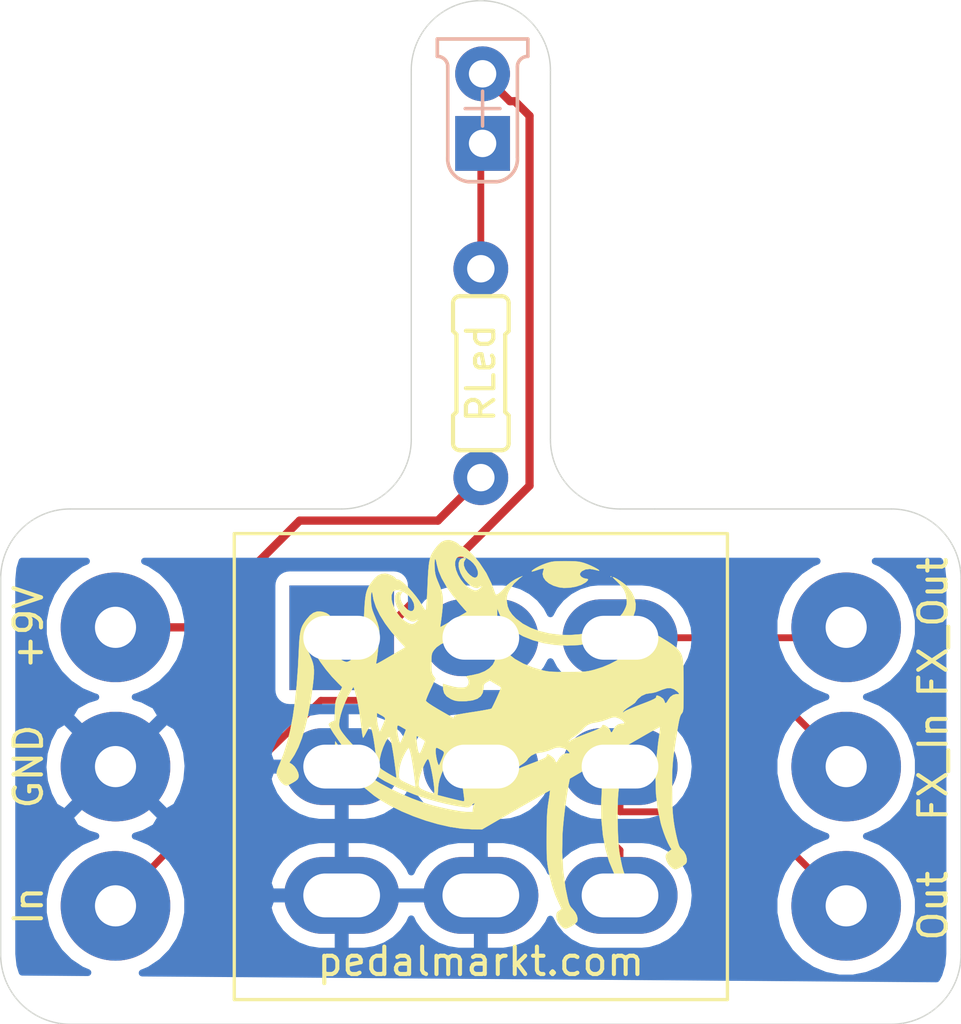
<source format=kicad_pcb>
(kicad_pcb (version 20171130) (host pcbnew "(5.1.5-0-10_14)")

  (general
    (thickness 1.6)
    (drawings 20)
    (tracks 30)
    (zones 0)
    (modules 10)
    (nets 9)
  )

  (page A4)
  (layers
    (0 F.Cu signal)
    (31 B.Cu signal)
    (32 B.Adhes user)
    (33 F.Adhes user)
    (34 B.Paste user)
    (35 F.Paste user)
    (36 B.SilkS user)
    (37 F.SilkS user)
    (38 B.Mask user)
    (39 F.Mask user)
    (40 Dwgs.User user)
    (41 Cmts.User user)
    (42 Eco1.User user hide)
    (43 Eco2.User user)
    (44 Edge.Cuts user)
    (45 Margin user)
    (46 B.CrtYd user)
    (47 F.CrtYd user)
    (48 B.Fab user)
    (49 F.Fab user)
  )

  (setup
    (last_trace_width 0.25)
    (trace_clearance 0.2)
    (zone_clearance 0.508)
    (zone_45_only no)
    (trace_min 0.2)
    (via_size 0.8)
    (via_drill 0.4)
    (via_min_size 0.4)
    (via_min_drill 0.3)
    (uvia_size 0.3)
    (uvia_drill 0.1)
    (uvias_allowed no)
    (uvia_min_size 0.2)
    (uvia_min_drill 0.1)
    (edge_width 0.05)
    (segment_width 0.2)
    (pcb_text_width 0.3)
    (pcb_text_size 1.5 1.5)
    (mod_edge_width 0.12)
    (mod_text_size 1 1)
    (mod_text_width 0.15)
    (pad_size 1.524 1.524)
    (pad_drill 0.762)
    (pad_to_mask_clearance 0.051)
    (solder_mask_min_width 0.25)
    (aux_axis_origin 0 0)
    (visible_elements FFFFFF7F)
    (pcbplotparams
      (layerselection 0x010f0_ffffffff)
      (usegerberextensions false)
      (usegerberattributes false)
      (usegerberadvancedattributes false)
      (creategerberjobfile false)
      (excludeedgelayer true)
      (linewidth 0.100000)
      (plotframeref false)
      (viasonmask false)
      (mode 1)
      (useauxorigin false)
      (hpglpennumber 1)
      (hpglpenspeed 20)
      (hpglpendiameter 15.000000)
      (psnegative false)
      (psa4output false)
      (plotreference true)
      (plotvalue true)
      (plotinvisibletext false)
      (padsonsilk false)
      (subtractmaskfromsilk false)
      (outputformat 1)
      (mirror false)
      (drillshape 0)
      (scaleselection 1)
      (outputdirectory "gerbers/90deg/"))
  )

  (net 0 "")
  (net 1 "Net-(D2-Pad2)")
  (net 2 "Net-(D2-Pad1)")
  (net 3 "Net-(H7-Pad1)")
  (net 4 "Net-(H8-Pad1)")
  (net 5 "Net-(H10-Pad1)")
  (net 6 "Net-(H11-Pad1)")
  (net 7 "Net-(H12-Pad1)")
  (net 8 "Net-(H9-Pad1)")

  (net_class Default "This is the default net class."
    (clearance 0.2)
    (trace_width 0.25)
    (via_dia 0.8)
    (via_drill 0.4)
    (uvia_dia 0.3)
    (uvia_drill 0.1)
    (add_net "Net-(D2-Pad2)")
    (add_net "Net-(H11-Pad1)")
    (add_net "Net-(H12-Pad1)")
    (add_net "Net-(H7-Pad1)")
    (add_net "Net-(H8-Pad1)")
    (add_net "Net-(H9-Pad1)")
  )

  (net_class Power ""
    (clearance 0.25)
    (trace_width 0.3)
    (via_dia 0.8)
    (via_drill 0.4)
    (uvia_dia 0.3)
    (uvia_drill 0.1)
    (add_net "Net-(D2-Pad1)")
    (add_net "Net-(H10-Pad1)")
  )

  (module graphics:perry-18mm (layer F.Cu) (tedit 0) (tstamp 5FB8542F)
    (at 151.13 62.23)
    (fp_text reference G*** (at 0 0) (layer F.SilkS) hide
      (effects (font (size 1.524 1.524) (thickness 0.3)))
    )
    (fp_text value LOGO (at 0.75 0) (layer F.SilkS) hide
      (effects (font (size 1.524 1.524) (thickness 0.3)))
    )
    (fp_poly (pts (xy 4.766419 -5.660124) (xy 4.75074 -5.644445) (xy 4.735061 -5.660124) (xy 4.75074 -5.675803)
      (xy 4.766419 -5.660124)) (layer F.SilkS) (width 0.01))
    (fp_poly (pts (xy 3.284926 -6.223216) (xy 3.433469 -6.21814) (xy 3.549456 -6.207812) (xy 3.647946 -6.190701)
      (xy 3.743999 -6.165279) (xy 3.778642 -6.154514) (xy 3.886812 -6.115258) (xy 4.005029 -6.064949)
      (xy 4.120481 -6.010107) (xy 4.220354 -5.957253) (xy 4.291835 -5.912909) (xy 4.322112 -5.883595)
      (xy 4.321027 -5.878476) (xy 4.286708 -5.87972) (xy 4.212409 -5.896324) (xy 4.157256 -5.911859)
      (xy 3.983707 -5.941025) (xy 3.82422 -5.924175) (xy 3.693949 -5.863272) (xy 3.676974 -5.849694)
      (xy 3.620866 -5.782067) (xy 3.618436 -5.717922) (xy 3.667161 -5.652985) (xy 3.753886 -5.602931)
      (xy 3.8539 -5.581776) (xy 3.858512 -5.581729) (xy 3.911216 -5.568668) (xy 3.907734 -5.530708)
      (xy 3.848612 -5.469682) (xy 3.817839 -5.445437) (xy 3.660306 -5.357289) (xy 3.462834 -5.292669)
      (xy 3.244942 -5.255153) (xy 3.026149 -5.248314) (xy 2.855 -5.26909) (xy 2.65495 -5.328852)
      (xy 2.489507 -5.413578) (xy 2.364094 -5.517235) (xy 2.284136 -5.63379) (xy 2.255056 -5.75721)
      (xy 2.282276 -5.881461) (xy 2.290239 -5.89737) (xy 2.303501 -5.940056) (xy 2.279752 -5.956883)
      (xy 2.212963 -5.947809) (xy 2.097102 -5.912795) (xy 2.047544 -5.895706) (xy 1.951601 -5.864667)
      (xy 1.882164 -5.847226) (xy 1.857262 -5.846359) (xy 1.867197 -5.87434) (xy 1.923017 -5.919726)
      (xy 2.012779 -5.975652) (xy 2.124539 -6.035249) (xy 2.246354 -6.091651) (xy 2.361819 -6.136467)
      (xy 2.467579 -6.171166) (xy 2.55883 -6.195367) (xy 2.650992 -6.210939) (xy 2.759484 -6.219751)
      (xy 2.899726 -6.223671) (xy 3.087139 -6.224568) (xy 3.088765 -6.224568) (xy 3.284926 -6.223216)) (layer F.SilkS) (width 0.01))
    (fp_poly (pts (xy -1.089908 -6.979565) (xy -0.991976 -6.945692) (xy -0.896326 -6.900144) (xy -0.821227 -6.851845)
      (xy -0.784949 -6.80972) (xy -0.783951 -6.80337) (xy -0.757143 -6.780667) (xy -0.706703 -6.773333)
      (xy -0.63987 -6.749639) (xy -0.5443 -6.684073) (xy -0.428919 -6.584914) (xy -0.302654 -6.460437)
      (xy -0.174429 -6.318921) (xy -0.053172 -6.168642) (xy -0.049842 -6.164226) (xy 0.197764 -5.79157)
      (xy 0.384775 -5.411419) (xy 0.441108 -5.262096) (xy 0.482283 -5.14631) (xy 0.516733 -5.055148)
      (xy 0.538777 -5.00344) (xy 0.542484 -4.997433) (xy 0.580633 -4.999321) (xy 0.646365 -5.036675)
      (xy 0.725146 -5.09849) (xy 0.80244 -5.173764) (xy 0.847979 -5.228709) (xy 0.953818 -5.34319)
      (xy 1.097938 -5.459948) (xy 1.258601 -5.563067) (xy 1.395432 -5.629506) (xy 1.520864 -5.679314)
      (xy 1.411111 -5.592362) (xy 1.209968 -5.40785) (xy 1.064357 -5.215103) (xy 1.011306 -5.115491)
      (xy 0.964567 -5.000391) (xy 0.944998 -4.899101) (xy 0.946535 -4.776836) (xy 0.948257 -4.753951)
      (xy 0.977526 -4.576517) (xy 1.039867 -4.421827) (xy 1.143817 -4.274051) (xy 1.285338 -4.128928)
      (xy 1.531045 -3.94139) (xy 1.821078 -3.787706) (xy 2.146445 -3.668704) (xy 2.498153 -3.585213)
      (xy 2.867212 -3.538062) (xy 3.24463 -3.528081) (xy 3.621415 -3.556099) (xy 3.988576 -3.622944)
      (xy 4.33712 -3.729446) (xy 4.562592 -3.826749) (xy 4.821612 -3.975374) (xy 5.024525 -4.140588)
      (xy 5.176855 -4.327383) (xy 5.239736 -4.438393) (xy 5.293188 -4.554246) (xy 5.321024 -4.643311)
      (xy 5.328922 -4.733148) (xy 5.323191 -4.843547) (xy 5.291797 -5.023729) (xy 5.223672 -5.184511)
      (xy 5.111052 -5.339917) (xy 4.968844 -5.48348) (xy 4.888322 -5.55943) (xy 4.83318 -5.616074)
      (xy 4.813055 -5.643373) (xy 4.814379 -5.644445) (xy 4.87551 -5.625869) (xy 4.969227 -5.57683)
      (xy 5.080231 -5.50736) (xy 5.19322 -5.427492) (xy 5.292891 -5.34726) (xy 5.348328 -5.294353)
      (xy 5.509735 -5.084842) (xy 5.610889 -4.869443) (xy 5.653545 -4.651692) (xy 5.639453 -4.435126)
      (xy 5.570366 -4.223282) (xy 5.448036 -4.019696) (xy 5.274216 -3.827905) (xy 5.050657 -3.651446)
      (xy 4.779112 -3.493855) (xy 4.461333 -3.35867) (xy 4.374444 -3.328647) (xy 3.975822 -3.223352)
      (xy 3.559565 -3.162335) (xy 3.135192 -3.144464) (xy 2.712225 -3.168607) (xy 2.300184 -3.233631)
      (xy 1.90859 -3.338405) (xy 1.546964 -3.481795) (xy 1.224825 -3.662669) (xy 1.154283 -3.711649)
      (xy 0.974338 -3.857652) (xy 0.839107 -4.008314) (xy 0.732524 -4.183756) (xy 0.674129 -4.312953)
      (xy 0.597291 -4.499877) (xy 0.596546 -4.027358) (xy 0.601408 -3.757408) (xy 0.619466 -3.538163)
      (xy 0.654516 -3.358318) (xy 0.710356 -3.206571) (xy 0.790781 -3.071618) (xy 0.899588 -2.942156)
      (xy 0.991362 -2.851829) (xy 1.243957 -2.65505) (xy 1.550905 -2.48406) (xy 1.908632 -2.340617)
      (xy 2.216066 -2.250136) (xy 2.316594 -2.226171) (xy 2.411051 -2.208339) (xy 2.511162 -2.195793)
      (xy 2.62865 -2.187687) (xy 2.775236 -2.183173) (xy 2.962644 -2.181407) (xy 3.16716 -2.181443)
      (xy 3.395083 -2.182495) (xy 3.572286 -2.185058) (xy 3.71076 -2.190169) (xy 3.822501 -2.198864)
      (xy 3.919499 -2.212179) (xy 4.01375 -2.23115) (xy 4.117247 -2.256813) (xy 4.154938 -2.266784)
      (xy 4.433812 -2.355454) (xy 4.70469 -2.468203) (xy 4.953153 -2.59769) (xy 5.164784 -2.736574)
      (xy 5.296128 -2.847794) (xy 5.455797 -3.023936) (xy 5.56523 -3.197628) (xy 5.633164 -3.387759)
      (xy 5.668339 -3.613217) (xy 5.671947 -3.660216) (xy 5.691481 -3.951483) (xy 6.35 -3.574256)
      (xy 6.589048 -3.435419) (xy 6.778947 -3.320531) (xy 6.926455 -3.225116) (xy 7.038327 -3.144695)
      (xy 7.121318 -3.074792) (xy 7.156634 -3.039704) (xy 7.221021 -2.968364) (xy 7.272981 -2.900231)
      (xy 7.313842 -2.827766) (xy 7.344929 -2.743426) (xy 7.367568 -2.63967) (xy 7.383087 -2.508957)
      (xy 7.392809 -2.343744) (xy 7.398063 -2.13649) (xy 7.400175 -1.879655) (xy 7.400493 -1.652971)
      (xy 7.400389 -1.390905) (xy 7.399716 -1.184177) (xy 7.397937 -1.025412) (xy 7.394516 -0.907232)
      (xy 7.388913 -0.822259) (xy 7.380593 -0.763118) (xy 7.369016 -0.722431) (xy 7.353646 -0.692821)
      (xy 7.333945 -0.66691) (xy 7.328131 -0.659969) (xy 7.301048 -0.619934) (xy 7.27661 -0.563184)
      (xy 7.252684 -0.480942) (xy 7.22714 -0.364433) (xy 7.197845 -0.204882) (xy 7.162668 0.006487)
      (xy 7.155643 0.050113) (xy 7.107128 0.35624) (xy 7.068344 0.612892) (xy 7.038216 0.832371)
      (xy 7.015666 1.02698) (xy 6.999618 1.209022) (xy 6.988995 1.390799) (xy 6.982721 1.584614)
      (xy 6.979718 1.802769) (xy 6.978911 2.057567) (xy 6.97891 2.06963) (xy 6.981647 2.419703)
      (xy 6.99086 2.721205) (xy 7.007961 2.988076) (xy 7.034364 3.234254) (xy 7.071484 3.473681)
      (xy 7.120735 3.720295) (xy 7.166409 3.918044) (xy 7.205121 4.066328) (xy 7.239585 4.166043)
      (xy 7.275567 4.230534) (xy 7.318833 4.273145) (xy 7.320333 4.274246) (xy 7.414423 4.373241)
      (xy 7.484897 4.504429) (xy 7.519303 4.641465) (xy 7.519848 4.696339) (xy 7.508164 4.763271)
      (xy 7.477691 4.814166) (xy 7.414943 4.865109) (xy 7.337777 4.913512) (xy 7.236513 4.968117)
      (xy 7.147207 5.005676) (xy 7.097159 5.017154) (xy 7.006717 4.989067) (xy 6.91609 4.915039)
      (xy 6.835859 4.810911) (xy 6.776605 4.692528) (xy 6.74891 4.575733) (xy 6.753988 4.503318)
      (xy 6.792383 4.432793) (xy 6.860093 4.36421) (xy 6.868341 4.3581) (xy 6.9632 4.290555)
      (xy 6.899408 4.187337) (xy 6.827784 4.052497) (xy 6.74983 3.873819) (xy 6.672362 3.668785)
      (xy 6.602198 3.454879) (xy 6.56973 3.341778) (xy 6.45868 2.82573) (xy 6.393806 2.269042)
      (xy 6.375152 1.673561) (xy 6.402764 1.041135) (xy 6.476688 0.373613) (xy 6.494063 0.255468)
      (xy 6.516475 0.101071) (xy 6.533394 -0.029722) (xy 6.543452 -0.125146) (xy 6.545284 -0.17344)
      (xy 6.544258 -0.176812) (xy 6.514475 -0.165687) (xy 6.438288 -0.127114) (xy 6.323433 -0.065299)
      (xy 6.177646 0.015549) (xy 6.008664 0.111224) (xy 5.901758 0.17261) (xy 5.272809 0.535583)
      (xy 5.241414 0.683285) (xy 5.213925 0.826847) (xy 5.181733 1.017757) (xy 5.146986 1.241019)
      (xy 5.111833 1.48164) (xy 5.078425 1.724628) (xy 5.04891 1.954987) (xy 5.025436 2.157725)
      (xy 5.014638 2.265389) (xy 5.001253 2.46635) (xy 4.993249 2.707626) (xy 4.99034 2.976209)
      (xy 4.992241 3.259093) (xy 4.998666 3.543269) (xy 5.009331 3.815729) (xy 5.02395 4.063467)
      (xy 5.042238 4.273474) (xy 5.061939 4.421481) (xy 5.109909 4.687582) (xy 5.154634 4.899419)
      (xy 5.198678 5.065176) (xy 5.244606 5.193036) (xy 5.294982 5.291182) (xy 5.352372 5.367796)
      (xy 5.361709 5.377901) (xy 5.466476 5.513735) (xy 5.529463 5.650964) (xy 5.544986 5.775797)
      (xy 5.539458 5.809085) (xy 5.499897 5.8693) (xy 5.419683 5.938336) (xy 5.317432 6.004508)
      (xy 5.211759 6.056131) (xy 5.12128 6.08152) (xy 5.103993 6.082413) (xy 5.00952 6.0527)
      (xy 4.916784 5.976575) (xy 4.837571 5.869532) (xy 4.78367 5.747063) (xy 4.766537 5.638878)
      (xy 4.778766 5.548297) (xy 4.826137 5.479719) (xy 4.865698 5.445861) (xy 4.964976 5.368164)
      (xy 4.85143 5.137847) (xy 4.681774 4.730718) (xy 4.550603 4.277857) (xy 4.458288 3.783343)
      (xy 4.405202 3.251252) (xy 4.391719 2.685661) (xy 4.418211 2.090647) (xy 4.485052 1.470289)
      (xy 4.503936 1.339264) (xy 4.523185 1.200909) (xy 4.536146 1.086894) (xy 4.541488 1.01053)
      (xy 4.53924 0.985331) (xy 4.508937 0.995977) (xy 4.432267 1.034248) (xy 4.316926 1.095973)
      (xy 4.170608 1.176984) (xy 4.001005 1.273111) (xy 3.88593 1.3394) (xy 3.248162 1.709012)
      (xy 3.20695 1.912839) (xy 3.163254 2.152485) (xy 3.119184 2.436382) (xy 3.077047 2.746124)
      (xy 3.039152 3.063304) (xy 3.007804 3.369516) (xy 2.985312 3.646352) (xy 2.980926 3.715926)
      (xy 2.967041 4.395896) (xy 3.004335 5.063607) (xy 3.091991 5.708764) (xy 3.169251 6.08432)
      (xy 3.205051 6.223901) (xy 3.240142 6.320528) (xy 3.28357 6.393196) (xy 3.344381 6.460903)
      (xy 3.352248 6.4686) (xy 3.444637 6.582217) (xy 3.506664 6.706938) (xy 3.532414 6.826024)
      (xy 3.515973 6.922738) (xy 3.514053 6.926471) (xy 3.463155 6.982395) (xy 3.374517 7.048197)
      (xy 3.269012 7.111448) (xy 3.167515 7.159718) (xy 3.090901 7.180581) (xy 3.087077 7.180693)
      (xy 3.026855 7.159135) (xy 2.952527 7.104678) (xy 2.92621 7.079074) (xy 2.831367 6.965731)
      (xy 2.779441 6.863844) (xy 2.760344 6.75135) (xy 2.759506 6.714452) (xy 2.767568 6.625204)
      (xy 2.801358 6.56988) (xy 2.85358 6.53316) (xy 2.916393 6.491284) (xy 2.947058 6.461473)
      (xy 2.947654 6.459034) (xy 2.934434 6.424133) (xy 2.89941 6.348405) (xy 2.849536 6.246758)
      (xy 2.83745 6.22277) (xy 2.717921 5.950073) (xy 2.60921 5.629186) (xy 2.515794 5.274313)
      (xy 2.470191 5.057496) (xy 2.448622 4.93904) (xy 2.431954 4.82973) (xy 2.419607 4.71906)
      (xy 2.411003 4.596527) (xy 2.40556 4.451624) (xy 2.402701 4.273848) (xy 2.401845 4.052693)
      (xy 2.402251 3.825679) (xy 2.403983 3.542395) (xy 2.407576 3.310506) (xy 2.413632 3.118705)
      (xy 2.422753 2.955684) (xy 2.43554 2.810134) (xy 2.452594 2.670748) (xy 2.469776 2.555679)
      (xy 2.493149 2.403991) (xy 2.511413 2.276518) (xy 2.522988 2.185005) (xy 2.526295 2.141198)
      (xy 2.525801 2.139168) (xy 2.497751 2.152543) (xy 2.420903 2.194342) (xy 2.300685 2.261487)
      (xy 2.142527 2.350896) (xy 1.95186 2.459491) (xy 1.734111 2.58419) (xy 1.494712 2.721913)
      (xy 1.282049 2.844724) (xy 0.047037 3.559136) (xy -0.32926 3.556214) (xy -0.711116 3.532339)
      (xy -1.126467 3.469005) (xy -1.563612 3.370233) (xy -2.010848 3.240042) (xy -2.456474 3.082455)
      (xy -2.888787 2.901492) (xy -3.296087 2.701173) (xy -3.66667 2.485519) (xy -3.891809 2.332105)
      (xy -4.304484 1.993675) (xy -4.682098 1.610081) (xy -5.014796 1.191899) (xy -5.167897 0.962494)
      (xy -5.24439 0.837511) (xy -5.292381 0.748142) (xy -5.317829 0.677603) (xy -5.326697 0.60911)
      (xy -5.324946 0.525879) (xy -5.324687 0.521049) (xy -5.315186 0.345695) (xy -5.129767 0.597019)
      (xy -4.971205 0.792536) (xy -4.774336 1.005351) (xy -4.554718 1.220641) (xy -4.327911 1.423588)
      (xy -4.109476 1.599369) (xy -3.981997 1.690273) (xy -3.666899 1.884315) (xy -3.30585 2.07792)
      (xy -2.915211 2.263552) (xy -2.511345 2.433678) (xy -2.110614 2.580761) (xy -1.904545 2.646962)
      (xy -1.701559 2.704009) (xy -1.474355 2.760212) (xy -1.237755 2.812591) (xy -1.006581 2.858167)
      (xy -0.795654 2.893963) (xy -0.619798 2.917) (xy -0.526513 2.923903) (xy -0.297902 2.931975)
      (xy -0.287726 2.806941) (xy -0.273313 2.716689) (xy -0.250465 2.650938) (xy -0.244688 2.642311)
      (xy -0.223387 2.606526) (xy -0.239662 2.602659) (xy -0.280583 2.62545) (xy -0.333219 2.669636)
      (xy -0.347312 2.684069) (xy -0.394953 2.729056) (xy -0.443058 2.750641) (xy -0.512876 2.753699)
      (xy -0.611482 2.744678) (xy -0.893204 2.703409) (xy -1.214541 2.638957) (xy -1.558712 2.555571)
      (xy -1.908932 2.4575) (xy -2.24842 2.348991) (xy -2.36118 2.308851) (xy -1.576016 2.308851)
      (xy -1.313255 2.376903) (xy -1.117091 2.426851) (xy -0.940091 2.470297) (xy -0.792867 2.504751)
      (xy -0.68603 2.527721) (xy -0.633079 2.536526) (xy -0.60815 2.52116) (xy -0.603801 2.461968)
      (xy -0.60951 2.406728) (xy -0.619652 2.328828) (xy -0.635848 2.203393) (xy -0.65621 2.045098)
      (xy -0.678848 1.868618) (xy -0.68964 1.784323) (xy -0.715888 1.599765) (xy -0.744004 1.429986)
      (xy 1.200946 1.429986) (xy 1.20643 1.432471) (xy 1.232123 1.413474) (xy 1.278393 1.388906)
      (xy 1.373161 1.346881) (xy 1.506103 1.291688) (xy 1.66689 1.227614) (xy 1.843605 1.159552)
      (xy 2.042555 1.083194) (xy 2.189708 1.023902) (xy 2.292472 0.978044) (xy 2.358251 0.941987)
      (xy 2.394451 0.912098) (xy 2.408478 0.884744) (xy 2.408909 0.882266) (xy 2.418169 0.836137)
      (xy 2.437018 0.820916) (xy 2.479582 0.837436) (xy 2.559986 0.886525) (xy 2.568059 0.891621)
      (xy 2.651517 0.959754) (xy 2.703489 1.032222) (xy 2.709144 1.048411) (xy 2.736898 1.114865)
      (xy 2.770874 1.119009) (xy 2.810656 1.060893) (xy 2.822485 1.03418) (xy 2.894109 0.918561)
      (xy 2.992797 0.833614) (xy 3.101957 0.791519) (xy 3.154757 0.790284) (xy 3.221676 0.7943)
      (xy 3.239419 0.778615) (xy 3.225457 0.744336) (xy 3.147117 0.658323) (xy 3.029394 0.598141)
      (xy 2.892031 0.5687) (xy 2.754768 0.574908) (xy 2.665432 0.60505) (xy 2.461074 0.690238)
      (xy 2.246466 0.746451) (xy 2.140752 0.760905) (xy 1.982839 0.796655) (xy 1.838484 0.869839)
      (xy 1.727307 0.96906) (xy 1.692077 1.021483) (xy 1.643317 1.079128) (xy 1.559032 1.149609)
      (xy 1.474007 1.207175) (xy 1.371415 1.274764) (xy 1.283356 1.341939) (xy 1.237033 1.385538)
      (xy 1.200946 1.429986) (xy -0.744004 1.429986) (xy -0.747981 1.405974) (xy -0.783616 1.213863)
      (xy -0.820488 1.034349) (xy -0.856292 0.878346) (xy -0.888723 0.756768) (xy -0.915477 0.68053)
      (xy -0.926563 0.662244) (xy -0.956544 0.671425) (xy -1.007309 0.728531) (xy -1.07353 0.824464)
      (xy -1.14988 0.950126) (xy -1.231031 1.09642) (xy -1.311656 1.254248) (xy -1.386428 1.414512)
      (xy -1.436012 1.532221) (xy -1.504628 1.727584) (xy -1.544114 1.904765) (xy -1.559951 2.055969)
      (xy -1.576016 2.308851) (xy -2.36118 2.308851) (xy -2.430247 2.284265) (xy -2.997969 2.051793)
      (xy -3.510476 1.795335) (xy -3.971659 1.511876) (xy -4.385407 1.198404) (xy -4.755612 0.851904)
      (xy -5.086162 0.469365) (xy -5.38095 0.047771) (xy -5.438683 -0.046019) (xy -5.495012 -0.145424)
      (xy -5.53515 -0.227437) (xy -5.550099 -0.273306) (xy -5.174074 -0.273306) (xy -5.167761 -0.189418)
      (xy -5.143207 -0.112954) (xy -5.091992 -0.024298) (xy -5.0289 0.064874) (xy -4.898938 0.227565)
      (xy -4.733743 0.413642) (xy -4.547805 0.608263) (xy -4.355612 0.796588) (xy -4.171651 0.963774)
      (xy -4.062693 1.054607) (xy -3.957582 1.136074) (xy -3.871677 1.198584) (xy -3.81586 1.234457)
      (xy -3.800521 1.239615) (xy -3.799324 1.205471) (xy -3.804181 1.131932) (xy -3.700247 1.131932)
      (xy -3.696928 1.238325) (xy -3.681864 1.30331) (xy -3.647402 1.348063) (xy -3.612203 1.375459)
      (xy -3.541527 1.422427) (xy -3.446195 1.481473) (xy -3.340057 1.544593) (xy -3.236961 1.603781)
      (xy -3.150757 1.651033) (xy -3.095293 1.678344) (xy -3.082362 1.681703) (xy -3.083766 1.649609)
      (xy -3.092548 1.565259) (xy -3.092711 1.563875) (xy -2.994843 1.563875) (xy -2.98926 1.642335)
      (xy -2.97684 1.694713) (xy -2.951785 1.73576) (xy -2.902622 1.774833) (xy -2.81788 1.821291)
      (xy -2.701006 1.877484) (xy -2.562826 1.941757) (xy -2.471502 1.98161) (xy -2.417513 2.00009)
      (xy -2.391334 2.000247) (xy -2.383442 1.985127) (xy -2.38321 1.979205) (xy -2.385477 1.956507)
      (xy -2.273948 1.956507) (xy -2.243834 2.033466) (xy -2.174367 2.091971) (xy -2.058599 2.145847)
      (xy -2.005429 2.166327) (xy -1.86724 2.216865) (xy -1.77707 2.244515) (xy -1.724798 2.249912)
      (xy -1.700305 2.233692) (xy -1.693472 2.196489) (xy -1.693334 2.18592) (xy -1.699181 2.062824)
      (xy -1.715243 1.911097) (xy -1.739297 1.742004) (xy -1.769123 1.566811) (xy -1.802499 1.396782)
      (xy -1.837203 1.243183) (xy -1.871014 1.117279) (xy -1.901712 1.030336) (xy -1.927074 0.993617)
      (xy -1.928519 0.993232) (xy -1.960727 1.016837) (xy -2.006831 1.087313) (xy -2.061102 1.191964)
      (xy -2.117808 1.318093) (xy -2.171219 1.453006) (xy -2.215604 1.584007) (xy -2.243913 1.691936)
      (xy -2.271658 1.847272) (xy -2.273948 1.956507) (xy -2.385477 1.956507) (xy -2.38713 1.939964)
      (xy -2.39794 1.849955) (xy -2.414219 1.72057) (xy -2.434543 1.563205) (xy -2.446827 1.469637)
      (xy -2.483002 1.215698) (xy -2.519685 0.995549) (xy -2.555525 0.815691) (xy -2.58917 0.682626)
      (xy -2.619267 0.602857) (xy -2.630332 0.587002) (xy -2.655805 0.599482) (xy -2.699069 0.657045)
      (xy -2.753075 0.747184) (xy -2.810779 0.857394) (xy -2.865135 0.975168) (xy -2.903314 1.071526)
      (xy -2.95219 1.23862) (xy -2.983868 1.410497) (xy -2.994843 1.563875) (xy -3.092711 1.563875)
      (xy -3.107541 1.438532) (xy -3.127579 1.279304) (xy -3.150919 1.10173) (xy -3.17903 0.903519)
      (xy -3.208944 0.712391) (xy -3.238179 0.542891) (xy -3.264251 0.409569) (xy -3.281026 0.339229)
      (xy -3.311134 0.237655) (xy -3.332778 0.187758) (xy -3.352753 0.180384) (xy -3.377857 0.206378)
      (xy -3.378766 0.207587) (xy -3.475687 0.364523) (xy -3.563818 0.557683) (xy -3.635633 0.765429)
      (xy -3.683607 0.966122) (xy -3.700247 1.131932) (xy -3.804181 1.131932) (xy -3.804936 1.120501)
      (xy -3.816376 0.996106) (xy -3.832663 0.843691) (xy -3.840264 0.777869) (xy -3.87629 0.497129)
      (xy -3.912918 0.258869) (xy -3.949279 0.067154) (xy -3.984505 -0.073951) (xy -4.017726 -0.160383)
      (xy -4.046687 -0.188148) (xy -4.074425 -0.162036) (xy -4.119209 -0.093204) (xy -4.171875 0.004086)
      (xy -4.177641 0.015679) (xy -4.229104 0.114986) (xy -4.271447 0.187525) (xy -4.296328 0.219135)
      (xy -4.297692 0.219506) (xy -4.308438 0.190319) (xy -4.32322 0.110866) (xy -4.340082 -0.006689)
      (xy -4.356936 -0.148951) (xy -4.394878 -0.462979) (xy -4.401416 -0.507411) (xy -3.794321 -0.507411)
      (xy -3.784301 -0.366802) (xy -3.758879 -0.217553) (xy -3.742603 -0.154642) (xy -3.690884 0.015679)
      (xy -3.63014 -0.117312) (xy -3.057459 -0.117312) (xy -3.052228 -0.017555) (xy -3.037657 0.096026)
      (xy -3.016541 0.209335) (xy -2.991676 0.308273) (xy -2.965858 0.378742) (xy -2.941883 0.406643)
      (xy -2.93323 0.4025) (xy -2.917632 0.370634) (xy -2.884475 0.295309) (xy -2.868909 0.258724)
      (xy -2.350002 0.258724) (xy -2.344086 0.361619) (xy -2.332366 0.477332) (xy -2.316335 0.589517)
      (xy -2.297489 0.681822) (xy -2.287349 0.715771) (xy -2.262341 0.773922) (xy -2.238333 0.7924)
      (xy -2.209788 0.766296) (xy -2.171166 0.6907) (xy -2.169972 0.687841) (xy -1.65197 0.687841)
      (xy -1.646512 0.783443) (xy -1.63142 0.895266) (xy -1.609624 1.009112) (xy -1.58405 1.110786)
      (xy -1.557629 1.186089) (xy -1.533286 1.220824) (xy -1.522119 1.217809) (xy -1.506524 1.185945)
      (xy -1.473362 1.110609) (xy -1.42898 1.006305) (xy -1.415326 0.97369) (xy -1.366565 0.855169)
      (xy -1.344389 0.779015) (xy -1.353297 0.728894) (xy -1.397789 0.688476) (xy -1.482365 0.641427)
      (xy -1.511032 0.626327) (xy -1.584538 0.589611) (xy -1.621154 0.582722) (xy -1.638893 0.605166)
      (xy -1.644868 0.622658) (xy -1.65197 0.687841) (xy -2.169972 0.687841) (xy -2.119417 0.566877)
      (xy -2.07883 0.463043) (xy -2.049729 0.38268) (xy -2.038886 0.344938) (xy 3.203793 0.344938)
      (xy 3.209104 0.364762) (xy 3.251899 0.33631) (xy 3.264772 0.325067) (xy 3.317759 0.292862)
      (xy 3.418844 0.244583) (xy 3.556975 0.185017) (xy 3.721105 0.118949) (xy 3.880184 0.058524)
      (xy 4.081676 -0.017269) (xy 4.229908 -0.07658) (xy 4.331236 -0.1224) (xy 4.392017 -0.157719)
      (xy 4.418606 -0.185527) (xy 4.42111 -0.195988) (xy 4.439847 -0.242411) (xy 4.460679 -0.250747)
      (xy 4.53678 -0.227662) (xy 4.622387 -0.171503) (xy 4.692911 -0.101352) (xy 4.72194 -0.04801)
      (xy 4.748458 0.017617) (xy 4.780187 0.021216) (xy 4.818129 -0.037323) (xy 4.827852 -0.059619)
      (xy 4.909128 -0.190634) (xy 5.020314 -0.271296) (xy 5.143576 -0.296476) (xy 5.220541 -0.299099)
      (xy 5.24654 -0.312732) (xy 5.233278 -0.34602) (xy 5.225941 -0.35731) (xy 5.149125 -0.431318)
      (xy 5.037433 -0.493189) (xy 4.918683 -0.529084) (xy 4.872612 -0.533087) (xy 4.790428 -0.519942)
      (xy 4.680401 -0.485966) (xy 4.595519 -0.451376) (xy 4.458189 -0.400308) (xy 4.303201 -0.359521)
      (xy 4.221118 -0.345368) (xy 4.03921 -0.310404) (xy 3.899882 -0.251328) (xy 3.784809 -0.158991)
      (xy 3.734762 -0.102568) (xy 3.659975 -0.026111) (xy 3.553562 0.064376) (xy 3.437481 0.150331)
      (xy 3.427936 0.15679) (xy 3.327594 0.228575) (xy 3.249408 0.292836) (xy 3.207124 0.338034)
      (xy 3.203793 0.344938) (xy -2.038886 0.344938) (xy -2.038279 0.342828) (xy -2.038272 0.342511)
      (xy -2.062797 0.316307) (xy -2.123488 0.272839) (xy -2.201017 0.224065) (xy -2.276059 0.181943)
      (xy -2.329285 0.158431) (xy -2.338444 0.15679) (xy -2.34862 0.184998) (xy -2.350002 0.258724)
      (xy -2.868909 0.258724) (xy -2.840113 0.191047) (xy -2.826615 0.158806) (xy -2.782375 0.050166)
      (xy -2.750596 -0.032902) (xy -2.736563 -0.076401) (xy -2.736585 -0.07963) (xy -2.765441 -0.096883)
      (xy -2.831845 -0.135586) (xy -2.888931 -0.168606) (xy -2.973062 -0.215616) (xy -3.018242 -0.232603)
      (xy -3.039498 -0.221475) (xy -3.050554 -0.189144) (xy -3.057459 -0.117312) (xy -3.63014 -0.117312)
      (xy -3.602973 -0.176788) (xy -3.554706 -0.287591) (xy -3.516117 -0.385451) (xy -3.497233 -0.443331)
      (xy -3.494648 -0.490256) (xy -3.52096 -0.530052) (xy -3.587644 -0.57589) (xy -3.636863 -0.603633)
      (xy -3.794321 -0.689858) (xy -3.794321 -0.507411) (xy -4.401416 -0.507411) (xy -4.438813 -0.761527)
      (xy -4.48662 -1.032432) (xy -4.508311 -1.13359) (xy -2.006327 -1.13359) (xy -1.978336 -1.096643)
      (xy -1.896373 -1.03337) (xy -1.762658 -0.945295) (xy -1.579413 -0.833942) (xy -1.512438 -0.794667)
      (xy -1.353818 -0.702891) (xy -1.213763 -0.622933) (xy -1.101297 -0.559857) (xy -1.025444 -0.518727)
      (xy -0.995618 -0.504605) (xy -0.975942 -0.528002) (xy -0.972099 -0.558583) (xy -0.965835 -0.578468)
      (xy -0.942066 -0.596376) (xy -0.893326 -0.614089) (xy -0.812147 -0.633388) (xy -0.691063 -0.656058)
      (xy -0.522609 -0.683879) (xy -0.410081 -0.701401) (xy 5.179781 -0.701401) (xy 5.190038 -0.699685)
      (xy 5.239342 -0.736669) (xy 5.24748 -0.743066) (xy 5.302765 -0.774618) (xy 5.405801 -0.822549)
      (xy 5.545315 -0.882032) (xy 5.710037 -0.948237) (xy 5.86297 -1.006757) (xy 6.071261 -1.086464)
      (xy 6.224252 -1.149469) (xy 6.32647 -1.19789) (xy 6.38244 -1.233843) (xy 6.397037 -1.256492)
      (xy 6.406242 -1.309537) (xy 6.440782 -1.322946) (xy 6.511039 -1.297875) (xy 6.55715 -1.274307)
      (xy 6.65675 -1.202392) (xy 6.700487 -1.12105) (xy 6.723554 -1.053256) (xy 6.754857 -1.043166)
      (xy 6.797767 -1.09174) (xy 6.835719 -1.159601) (xy 6.915266 -1.268379) (xy 7.018011 -1.343557)
      (xy 7.126733 -1.374207) (xy 7.169333 -1.371309) (xy 7.229849 -1.368434) (xy 7.236195 -1.394258)
      (xy 7.188428 -1.450206) (xy 7.173148 -1.464443) (xy 7.051683 -1.553001) (xy 6.926503 -1.594106)
      (xy 6.785756 -1.588525) (xy 6.617588 -1.537024) (xy 6.543174 -1.505185) (xy 6.394044 -1.448058)
      (xy 6.259076 -1.415432) (xy 6.201738 -1.410423) (xy 6.02917 -1.382972) (xy 5.865872 -1.309626)
      (xy 5.735838 -1.201283) (xy 5.732381 -1.197226) (xy 5.677827 -1.129252) (xy 5.643431 -1.08056)
      (xy 5.639604 -1.073272) (xy 5.609272 -1.044996) (xy 5.539281 -0.994999) (xy 5.443977 -0.933446)
      (xy 5.430863 -0.925363) (xy 5.328752 -0.857247) (xy 5.24648 -0.792301) (xy 5.200863 -0.743892)
      (xy 5.199508 -0.741524) (xy 5.179781 -0.701401) (xy -0.410081 -0.701401) (xy -0.305741 -0.717648)
      (xy -0.107958 -0.748939) (xy 0.068922 -0.778737) (xy 0.215463 -0.805303) (xy 0.322228 -0.826899)
      (xy 0.379781 -0.841787) (xy 0.386643 -0.845179) (xy 0.410958 -0.883756) (xy 0.452429 -0.964106)
      (xy 0.505259 -1.073437) (xy 0.56365 -1.198959) (xy 0.621804 -1.327881) (xy 0.673923 -1.447414)
      (xy 0.71421 -1.544765) (xy 0.736865 -1.607146) (xy 0.739252 -1.623052) (xy 0.707429 -1.644366)
      (xy 0.635885 -1.688169) (xy 0.539196 -1.74556) (xy 0.524604 -1.754102) (xy 0.32347 -1.871638)
      (xy 0.209079 -1.806004) (xy 0.14118 -1.762298) (xy 0.107309 -1.717615) (xy 0.095647 -1.648669)
      (xy 0.094381 -1.57997) (xy 0.070138 -1.42172) (xy -0.002897 -1.297367) (xy -0.12619 -1.205967)
      (xy -0.301209 -1.146577) (xy -0.529419 -1.118251) (xy -0.627161 -1.115458) (xy -0.775611 -1.116437)
      (xy -0.882196 -1.124502) (xy -0.967673 -1.143357) (xy -1.052803 -1.176702) (xy -1.102143 -1.200172)
      (xy -1.246387 -1.292369) (xy -1.33536 -1.404733) (xy -1.375699 -1.547402) (xy -1.379753 -1.624229)
      (xy -1.379753 -1.749473) (xy -1.183766 -1.688297) (xy -0.984994 -1.636541) (xy -0.804056 -1.609029)
      (xy -0.652677 -1.606566) (xy -0.542584 -1.629958) (xy -0.518648 -1.642601) (xy -0.457693 -1.716066)
      (xy -0.437094 -1.814848) (xy -0.458443 -1.91496) (xy -0.496863 -1.97069) (xy -0.523084 -2.000449)
      (xy -0.522548 -2.020454) (xy -0.485556 -2.035892) (xy -0.402407 -2.051953) (xy -0.320711 -2.06492)
      (xy -0.06543 -2.123569) (xy 0.146522 -2.209887) (xy 0.313563 -2.31835) (xy 0.434109 -2.443434)
      (xy 0.50658 -2.579616) (xy 0.529392 -2.721372) (xy 0.500965 -2.863179) (xy 0.419714 -2.999514)
      (xy 0.28406 -3.124853) (xy 0.092418 -3.233672) (xy 0.022405 -3.262798) (xy -0.227079 -3.336778)
      (xy -0.488785 -3.374798) (xy -0.752335 -3.378541) (xy -1.00735 -3.349688) (xy -1.243452 -3.289924)
      (xy -1.450264 -3.20093) (xy -1.617407 -3.08439) (xy -1.708966 -2.982096) (xy -1.749801 -2.921109)
      (xy -1.776709 -2.866868) (xy -1.792591 -2.804302) (xy -1.800346 -2.71834) (xy -1.802873 -2.593912)
      (xy -1.803087 -2.492889) (xy -1.801986 -2.335405) (xy -1.797147 -2.226427) (xy -1.786264 -2.151761)
      (xy -1.767033 -2.097213) (xy -1.737149 -2.04859) (xy -1.729151 -2.037597) (xy -1.655215 -1.937593)
      (xy -1.831065 -1.56146) (xy -1.896647 -1.417333) (xy -1.951028 -1.290486) (xy -1.98915 -1.193267)
      (xy -2.005954 -1.138022) (xy -2.006327 -1.13359) (xy -4.508311 -1.13359) (xy -4.536175 -1.263531)
      (xy -4.57956 -1.424365) (xy -4.646852 -1.641445) (xy -4.744001 -1.487081) (xy -4.85463 -1.290792)
      (xy -4.956869 -1.071257) (xy -5.045323 -0.843705) (xy -5.114596 -0.623364) (xy -5.159291 -0.425463)
      (xy -5.174074 -0.273306) (xy -5.550099 -0.273306) (xy -5.550371 -0.274138) (xy -5.524099 -0.313101)
      (xy -5.459357 -0.354364) (xy -5.444034 -0.361211) (xy -5.337697 -0.405641) (xy -5.326379 -0.76219)
      (xy -5.320322 -0.919964) (xy -5.311063 -1.034231) (xy -5.294264 -1.124193) (xy -5.265586 -1.209048)
      (xy -5.22069 -1.307997) (xy -5.188073 -1.374255) (xy -5.061086 -1.629771) (xy -5.198356 -1.763466)
      (xy -5.434679 -2.010302) (xy -5.654286 -2.272001) (xy -5.851862 -2.540098) (xy -6.022094 -2.806133)
      (xy -6.159667 -3.06164) (xy -6.259268 -3.298159) (xy -6.315582 -3.507225) (xy -6.317639 -3.521611)
      (xy -5.64969 -3.521611) (xy -5.629758 -3.369307) (xy -5.57967 -3.204526) (xy -5.502326 -3.039519)
      (xy -5.400626 -2.886537) (xy -5.379298 -2.860443) (xy -5.291453 -2.77214) (xy -5.182566 -2.684014)
      (xy -5.072673 -2.610625) (xy -4.981813 -2.566532) (xy -4.970089 -2.563095) (xy -4.916828 -2.548717)
      (xy -4.901733 -2.543638) (xy -4.871891 -2.550679) (xy -4.817405 -2.569857) (xy -4.744274 -2.616123)
      (xy -4.705145 -2.66274) (xy -4.685882 -2.703068) (xy -4.697733 -2.708299) (xy -4.751347 -2.680083)
      (xy -4.765377 -2.672081) (xy -4.824152 -2.642231) (xy -4.871699 -2.636801) (xy -4.931889 -2.657966)
      (xy -5.001581 -2.693602) (xy -5.164498 -2.807314) (xy -5.307651 -2.959134) (xy -5.421043 -3.133892)
      (xy -5.494675 -3.316416) (xy -5.518706 -3.478272) (xy -5.512098 -3.523858) (xy -5.314058 -3.523858)
      (xy -5.282754 -3.35493) (xy -5.194675 -3.204782) (xy -5.054877 -3.081694) (xy -5.037171 -3.070534)
      (xy -4.964933 -3.027783) (xy -4.923512 -3.015268) (xy -4.88938 -3.031922) (xy -4.855124 -3.062268)
      (xy -4.810097 -3.12878) (xy -4.798467 -3.17986) (xy -4.821416 -3.292823) (xy -4.880361 -3.412801)
      (xy -4.963751 -3.526261) (xy -5.060035 -3.619667) (xy -5.15766 -3.679484) (xy -5.236791 -3.693451)
      (xy -5.282986 -3.682743) (xy -5.30608 -3.653099) (xy -5.313718 -3.587739) (xy -5.314058 -3.523858)
      (xy -5.512098 -3.523858) (xy -5.499398 -3.611456) (xy -5.440764 -3.695794) (xy -5.342786 -3.731309)
      (xy -5.318165 -3.732559) (xy -5.256889 -3.736156) (xy -5.251412 -3.748849) (xy -5.277003 -3.766043)
      (xy -5.382988 -3.798936) (xy -5.495009 -3.790158) (xy -5.585152 -3.742069) (xy -5.587483 -3.739788)
      (xy -5.636565 -3.649188) (xy -5.64969 -3.521611) (xy -6.317639 -3.521611) (xy -6.322171 -3.553292)
      (xy -6.338893 -3.661243) (xy -6.356284 -3.71156) (xy -6.37235 -3.709269) (xy -6.385095 -3.659395)
      (xy -6.392523 -3.566963) (xy -6.392641 -3.437) (xy -6.390473 -3.381252) (xy -6.381066 -3.238148)
      (xy -6.36511 -3.126248) (xy -6.336666 -3.022339) (xy -6.289794 -2.903204) (xy -6.239418 -2.790864)
      (xy -6.177518 -2.648068) (xy -6.132871 -2.520131) (xy -6.104499 -2.394864) (xy -6.091424 -2.260078)
      (xy -6.092671 -2.103582) (xy -6.107261 -1.913187) (xy -6.134218 -1.676703) (xy -6.143943 -1.599836)
      (xy -6.222199 -1.066616) (xy -6.313798 -0.580679) (xy -6.41797 -0.144778) (xy -6.533941 0.238336)
      (xy -6.66094 0.565912) (xy -6.798195 0.835198) (xy -6.850232 0.917735) (xy -6.989711 1.125707)
      (xy -6.883747 1.191196) (xy -6.799064 1.267701) (xy -6.7219 1.377489) (xy -6.666748 1.496002)
      (xy -6.647902 1.590916) (xy -6.656385 1.668164) (xy -6.68907 1.730278) (xy -6.756812 1.789948)
      (xy -6.870462 1.859864) (xy -6.884849 1.867952) (xy -6.988866 1.924644) (xy -7.056126 1.95371)
      (xy -7.104222 1.958819) (xy -7.150749 1.943639) (xy -7.179363 1.929359) (xy -7.277131 1.85212)
      (xy -7.366229 1.735943) (xy -7.430401 1.604147) (xy -7.446885 1.545616) (xy -7.451066 1.480948)
      (xy -7.435589 1.401072) (xy -7.396617 1.291999) (xy -7.3437 1.16932) (xy -7.197428 0.804368)
      (xy -7.06887 0.398186) (xy -6.957517 -0.052181) (xy -6.86286 -0.549685) (xy -6.784389 -1.09728)
      (xy -6.721595 -1.697922) (xy -6.673969 -2.354563) (xy -6.648938 -2.859902) (xy -6.636796 -3.129135)
      (xy -6.623433 -3.345157) (xy -6.606671 -3.517463) (xy -6.584331 -3.655552) (xy -6.554236 -3.76892)
      (xy -6.514208 -3.867063) (xy -6.462069 -3.959479) (xy -6.395641 -4.055665) (xy -6.365406 -4.096229)
      (xy -6.238928 -4.242933) (xy -6.11781 -4.335896) (xy -5.991208 -4.381965) (xy -5.900048 -4.390006)
      (xy -5.765299 -4.373318) (xy -5.638319 -4.328994) (xy -5.540789 -4.265984) (xy -5.508676 -4.228435)
      (xy -5.450174 -4.181571) (xy -5.402304 -4.170617) (xy -5.34384 -4.147923) (xy -5.255291 -4.085888)
      (xy -5.146442 -3.993582) (xy -5.027075 -3.880078) (xy -4.906976 -3.754446) (xy -4.795929 -3.625758)
      (xy -4.746432 -3.562537) (xy -4.652981 -3.429221) (xy -4.55575 -3.276393) (xy -4.488407 -3.159853)
      (xy -4.431915 -3.059364) (xy -4.385638 -2.98467) (xy -4.358088 -2.949337) (xy -4.355574 -2.948187)
      (xy -4.344605 -2.97082) (xy -4.333242 -3.041008) (xy -4.321301 -3.161265) (xy -4.308598 -3.334104)
      (xy -4.294948 -3.562041) (xy -4.280167 -3.847589) (xy -4.264071 -4.193263) (xy -4.263683 -4.201975)
      (xy -4.250393 -4.475513) (xy -4.23616 -4.695701) (xy -4.218878 -4.871893) (xy -4.209055 -4.93387)
      (xy -4.009995 -4.93387) (xy -4.009179 -4.806125) (xy -4.007884 -4.776584) (xy -3.997995 -4.638792)
      (xy -3.980271 -4.525413) (xy -3.949008 -4.414045) (xy -3.898497 -4.282286) (xy -3.857525 -4.186296)
      (xy -3.775134 -3.978991) (xy -3.726003 -3.809253) (xy -3.707412 -3.683623) (xy -3.706855 -3.590212)
      (xy -3.713526 -3.450531) (xy -3.725916 -3.280417) (xy -3.742521 -3.095703) (xy -3.761832 -2.912227)
      (xy -3.782342 -2.745822) (xy -3.802547 -2.612325) (xy -3.815482 -2.54784) (xy -3.820507 -2.493572)
      (xy -3.810292 -2.477284) (xy -3.775636 -2.492205) (xy -3.699302 -2.532546) (xy -3.593519 -2.591673)
      (xy -3.501151 -2.644976) (xy -3.348854 -2.733843) (xy -3.185621 -2.828876) (xy -3.03819 -2.914515)
      (xy -2.985979 -2.944771) (xy -2.75776 -3.076873) (xy -2.980659 -3.318005) (xy -3.259799 -3.640347)
      (xy -3.495357 -3.955176) (xy -3.684678 -4.25795) (xy -3.825104 -4.544126) (xy -3.913978 -4.809162)
      (xy -3.91996 -4.841564) (xy -3.260835 -4.841564) (xy -3.225097 -4.677963) (xy -3.15647 -4.507239)
      (xy -3.060259 -4.340147) (xy -2.94177 -4.18744) (xy -2.80631 -4.059874) (xy -2.659183 -3.968201)
      (xy -2.649753 -3.963924) (xy -2.54361 -3.927404) (xy -2.462123 -3.931446) (xy -2.380609 -3.977896)
      (xy -2.37176 -3.984745) (xy -2.315191 -4.038502) (xy -2.289305 -4.081371) (xy -2.289136 -4.083679)
      (xy -2.308094 -4.090983) (xy -2.350598 -4.061999) (xy -2.436138 -4.02251) (xy -2.539983 -4.032751)
      (xy -2.654398 -4.085397) (xy -2.771643 -4.173124) (xy -2.883982 -4.288609) (xy -2.983678 -4.424529)
      (xy -3.062992 -4.573559) (xy -3.114186 -4.728376) (xy -3.125719 -4.795667) (xy -3.125533 -4.943624)
      (xy -3.085722 -5.046518) (xy -3.0077 -5.10192) (xy -2.942072 -5.111358) (xy -2.876539 -5.108761)
      (xy -2.865141 -5.092549) (xy -2.899306 -5.050092) (xy -2.899981 -5.049346) (xy -2.941738 -4.959613)
      (xy -2.937395 -4.845075) (xy -2.891686 -4.717658) (xy -2.809347 -4.589288) (xy -2.69511 -4.471889)
      (xy -2.659546 -4.44372) (xy -2.567983 -4.399553) (xy -2.494475 -4.408643) (xy -2.445183 -4.46267)
      (xy -2.426264 -4.553313) (xy -2.44388 -4.672252) (xy -2.458421 -4.715409) (xy -2.528357 -4.845708)
      (xy -2.627422 -4.961507) (xy -2.745005 -5.057332) (xy -2.870495 -5.127708) (xy -2.99328 -5.167161)
      (xy -3.102748 -5.170217) (xy -3.188288 -5.131401) (xy -3.21242 -5.104381) (xy -3.258378 -4.987288)
      (xy -3.260835 -4.841564) (xy -3.91996 -4.841564) (xy -3.94209 -4.961429) (xy -3.958182 -5.057315)
      (xy -3.975145 -5.096529) (xy -3.990851 -5.085045) (xy -4.003177 -5.028834) (xy -4.009995 -4.93387)
      (xy -4.209055 -4.93387) (xy -4.196441 -5.013446) (xy -4.166743 -5.129713) (xy -4.127678 -5.23005)
      (xy -4.07714 -5.323813) (xy -4.013023 -5.420355) (xy -3.97871 -5.467837) (xy -3.858362 -5.613156)
      (xy -3.744164 -5.706631) (xy -3.623325 -5.756206) (xy -3.492343 -5.769877) (xy -3.410401 -5.756602)
      (xy -3.31247 -5.722729) (xy -3.21682 -5.677181) (xy -3.14172 -5.628882) (xy -3.105442 -5.586757)
      (xy -3.104445 -5.580407) (xy -3.077428 -5.558437) (xy -3.019981 -5.55037) (xy -2.954942 -5.526296)
      (xy -2.861669 -5.459831) (xy -2.74839 -5.359613) (xy -2.623333 -5.234279) (xy -2.494725 -5.092468)
      (xy -2.370795 -4.942816) (xy -2.259769 -4.793962) (xy -2.175016 -4.663318) (xy -2.102148 -4.540799)
      (xy -2.054632 -4.466232) (xy -2.026058 -4.433493) (xy -2.010015 -4.436457) (xy -2.000091 -4.468998)
      (xy -1.995831 -4.492131) (xy -1.989497 -4.551148) (xy -1.981272 -4.662931) (xy -1.971738 -4.817578)
      (xy -1.961477 -5.005188) (xy -1.951071 -5.21586) (xy -1.943746 -5.377901) (xy -1.930643 -5.657805)
      (xy -1.916951 -5.88396) (xy -1.900723 -6.065318) (xy -1.88911 -6.14691) (xy -1.69101 -6.14691)
      (xy -1.68739 -5.999547) (xy -1.677475 -5.861589) (xy -1.659691 -5.747986) (xy -1.62833 -5.636297)
      (xy -1.577685 -5.504082) (xy -1.537274 -5.409259) (xy -1.477188 -5.262273) (xy -1.432596 -5.127357)
      (xy -1.402956 -4.994068) (xy -1.387725 -4.85196) (xy -1.386361 -4.690588) (xy -1.398319 -4.499508)
      (xy -1.423059 -4.268275) (xy -1.460036 -3.986443) (xy -1.462431 -3.969147) (xy -1.483855 -3.814713)
      (xy -1.332765 -3.899159) (xy -1.244224 -3.94922) (xy -1.119029 -4.020752) (xy -0.974738 -4.103694)
      (xy -0.84684 -4.177592) (xy -0.512006 -4.371579) (xy -0.772159 -4.667427) (xy -1.039258 -4.992444)
      (xy -1.258588 -5.304812) (xy -1.427943 -5.600723) (xy -1.54512 -5.876372) (xy -1.593907 -6.064527)
      (xy -0.940341 -6.064527) (xy -0.904603 -5.900926) (xy -0.835976 -5.730202) (xy -0.739765 -5.56311)
      (xy -0.621276 -5.410403) (xy -0.485816 -5.282837) (xy -0.338689 -5.191164) (xy -0.32926 -5.186886)
      (xy -0.223116 -5.150367) (xy -0.14163 -5.154409) (xy -0.060116 -5.200859) (xy -0.051266 -5.207708)
      (xy 0.005303 -5.261465) (xy 0.031189 -5.304334) (xy 0.031358 -5.306642) (xy 0.0124 -5.313946)
      (xy -0.030104 -5.284962) (xy -0.115644 -5.245473) (xy -0.21949 -5.255714) (xy -0.333904 -5.308359)
      (xy -0.451149 -5.396087) (xy -0.563489 -5.511572) (xy -0.663184 -5.647492) (xy -0.742498 -5.796522)
      (xy -0.793693 -5.951339) (xy -0.805225 -6.01863) (xy -0.805039 -6.166587) (xy -0.765228 -6.269481)
      (xy -0.687206 -6.324883) (xy -0.621578 -6.334321) (xy -0.556579 -6.331409) (xy -0.545088 -6.3151)
      (xy -0.575264 -6.276975) (xy -0.62169 -6.181968) (xy -0.618992 -6.063629) (xy -0.570557 -5.932921)
      (xy -0.479771 -5.800806) (xy -0.404341 -5.723576) (xy -0.294942 -5.641827) (xy -0.20957 -5.616962)
      (xy -0.146311 -5.648766) (xy -0.119769 -5.691389) (xy -0.100089 -5.770539) (xy -0.113868 -5.867631)
      (xy -0.121277 -5.893803) (xy -0.181213 -6.026269) (xy -0.272471 -6.146998) (xy -0.384841 -6.250246)
      (xy -0.508114 -6.33027) (xy -0.63208 -6.381326) (xy -0.746531 -6.397672) (xy -0.841256 -6.373563)
      (xy -0.891926 -6.327344) (xy -0.937884 -6.210251) (xy -0.940341 -6.064527) (xy -1.593907 -6.064527)
      (xy -1.604154 -6.104043) (xy -1.629791 -6.229033) (xy -1.653089 -6.293561) (xy -1.672255 -6.299882)
      (xy -1.685493 -6.250247) (xy -1.69101 -6.14691) (xy -1.88911 -6.14691) (xy -1.880012 -6.21083)
      (xy -1.852871 -6.329448) (xy -1.817353 -6.430126) (xy -1.771512 -6.521813) (xy -1.7134 -6.613464)
      (xy -1.658217 -6.6908) (xy -1.537868 -6.836119) (xy -1.42367 -6.929594) (xy -1.302831 -6.979169)
      (xy -1.171849 -6.99284) (xy -1.089908 -6.979565)) (layer F.SilkS) (width 0.01))
  )

  (module pedal-component-footprint:3PDT.LUGS.FLPVSK (layer F.Cu) (tedit 5FB7C4FB) (tstamp 5FB82F94)
    (at 151.13 63.5)
    (descr "<b> Latching Footswitch, Solder Lugs</b>\n<br><a href=\"http://smallbear-electronics.mybigcommerce.com/cic-blue-3pdt/\">http://smallbear-electronics.mybigcommerce.com/cic-blue-3pdt/</a>\n<p>\n<b>Momentary Footswitch, Solder Lugs</b>\n<br><a href=\"http://smallbear-electronics.mybigcommerce.com/cic-blue-3pdt-momentary/\">http://smallbear-electronics.mybigcommerce.com/cic-blue-3pdt-momentary/</a>")
    (path /5FB76019)
    (fp_text reference SW2 (at 0 7.5) (layer B.SilkS) hide
      (effects (font (size 1.2065 1.2065) (thickness 0.1524)) (justify mirror))
    )
    (fp_text value SW_Push_3PDT (at 0 7.5) (layer F.SilkS) hide
      (effects (font (size 1.2065 1.2065) (thickness 0.1524)))
    )
    (fp_text user pedalmarkt.com (at 0 7.112) (layer F.SilkS)
      (effects (font (size 1 1) (thickness 0.15)))
    )
    (fp_line (start 9 8.5) (end -9 8.5) (layer F.SilkS) (width 0.12))
    (fp_line (start 9 -8.5) (end 9 8.5) (layer F.SilkS) (width 0.12))
    (fp_line (start -9 -8.5) (end 9 -8.5) (layer F.SilkS) (width 0.12))
    (fp_line (start -9 8.5) (end -9 -8.5) (layer F.SilkS) (width 0.12))
    (pad 9 thru_hole oval (at 5.08 4.7 180) (size 4.2 2.8) (drill oval 2.8 1.6) (layers *.Cu *.Mask)
      (net 3 "Net-(H7-Pad1)"))
    (pad 8 thru_hole oval (at 5.08 0 180) (size 4.2 2.8) (drill oval 2.8 1.6) (layers *.Cu *.Mask)
      (net 4 "Net-(H8-Pad1)"))
    (pad 7 thru_hole oval (at 5.08 -4.7 180) (size 4.2 2.8) (drill oval 2.8 1.6) (layers *.Cu *.Mask)
      (net 7 "Net-(H12-Pad1)"))
    (pad 6 thru_hole oval (at 0 4.7 180) (size 4.2 2.8) (drill oval 2.8 1.6) (layers *.Cu *.Mask)
      (net 8 "Net-(H9-Pad1)"))
    (pad 5 thru_hole oval (at 0 0 180) (size 4.2 2.8) (drill oval 2.8 1.6) (layers *.Cu *.Mask)
      (net 6 "Net-(H11-Pad1)"))
    (pad 4 thru_hole oval (at 0 -4.7 180) (size 4.2 2.8) (drill oval 2.8 1.6) (layers *.Cu *.Mask)
      (net 3 "Net-(H7-Pad1)"))
    (pad 3 thru_hole oval (at -5.08 4.7 180) (size 4.2 2.8) (drill oval 2.8 1.6) (layers *.Cu *.Mask)
      (net 8 "Net-(H9-Pad1)"))
    (pad 2 thru_hole oval (at -5.08 0 180) (size 4.2 2.8) (drill oval 2.8 1.6) (layers *.Cu *.Mask)
      (net 8 "Net-(H9-Pad1)"))
    (pad 1 thru_hole rect (at -5.08 -4.7 180) (size 3.816 3.816) (drill oval 2.8 1.6) (layers *.Cu *.Mask)
      (net 2 "Net-(D2-Pad1)"))
  )

  (module "MBv3 diodes:3MM_1" (layer F.Cu) (tedit 599B1EB8) (tstamp 5FB74863)
    (at 151.1935 39.497 90)
    (path /5FB7602B)
    (fp_text reference D2 (at 0 -2.54 90) (layer F.SilkS) hide
      (effects (font (size 0.9652 0.9652) (thickness 0.08128)))
    )
    (fp_text value LED (at 0 0 90) (layer F.SilkS) hide
      (effects (font (size 1.524 1.524) (thickness 0.15)))
    )
    (fp_arc (start -1.8415 0.444499) (end -1.778 1.27) (angle 90) (layer F.SilkS) (width 0.127))
    (fp_line (start -2.667 0.508) (end -2.667 -0.508) (layer F.SilkS) (width 0.127))
    (fp_arc (start -1.8415 -0.444499) (end -2.667 -0.508) (angle 90) (layer F.SilkS) (width 0.127))
    (fp_line (start -1.778 -1.27) (end 1.524 -1.27) (layer F.SilkS) (width 0.127))
    (fp_arc (start 1.524 -1.651) (end 1.524 -1.27) (angle -90) (layer F.SilkS) (width 0.127))
    (fp_line (start -1.778 1.27) (end 1.524 1.27) (layer F.SilkS) (width 0.127))
    (fp_arc (start 1.524 1.651) (end 1.524 1.27) (angle 90) (layer F.SilkS) (width 0.127))
    (fp_line (start 1.905 -1.651) (end 2.54 -1.651) (layer F.SilkS) (width 0.127))
    (fp_line (start 2.54 -1.651) (end 2.54 1.651) (layer F.SilkS) (width 0.127))
    (fp_line (start 2.54 1.651) (end 1.905 1.651) (layer F.SilkS) (width 0.127))
    (fp_arc (start -1.8415 -0.444499) (end -1.778 -1.27) (angle -90) (layer B.SilkS) (width 0.127))
    (fp_line (start -2.667 -0.508) (end -2.667 0.508) (layer B.SilkS) (width 0.127))
    (fp_arc (start -1.8415 0.444499) (end -2.667 0.508) (angle -90) (layer B.SilkS) (width 0.127))
    (fp_line (start -1.778 1.27) (end 1.524 1.27) (layer B.SilkS) (width 0.127))
    (fp_arc (start 1.524 1.651) (end 1.524 1.27) (angle 90) (layer B.SilkS) (width 0.127))
    (fp_line (start -1.778 -1.27) (end 1.524 -1.27) (layer B.SilkS) (width 0.127))
    (fp_arc (start 1.524 -1.651) (end 1.524 -1.27) (angle -90) (layer B.SilkS) (width 0.127))
    (fp_line (start 1.905 1.651) (end 2.54 1.651) (layer B.SilkS) (width 0.127))
    (fp_line (start 2.54 1.651) (end 2.54 -1.651) (layer B.SilkS) (width 0.127))
    (fp_line (start 2.54 -1.651) (end 1.905 -1.651) (layer B.SilkS) (width 0.127))
    (fp_line (start 0 -0.635) (end 0 0.635) (layer B.SilkS) (width 0.127))
    (fp_line (start -0.635 0) (end 0.635 0) (layer B.SilkS) (width 0.127))
    (pad 2 thru_hole rect (at -1.27 0 90) (size 2 2) (drill 1) (layers *.Cu *.Mask)
      (net 1 "Net-(D2-Pad2)"))
    (pad 1 thru_hole oval (at 1.27 0 90) (size 2 2) (drill 1) (layers *.Cu *.Mask)
      (net 2 "Net-(D2-Pad1)"))
  )

  (module Connector_Wire:SolderWirePad_1x01_Drill1.5mm (layer F.Cu) (tedit 5AEE5EB3) (tstamp 5FB74959)
    (at 137.795 68.58 270)
    (descr "Wire solder connection")
    (tags connector)
    (path /5FB7606C)
    (attr virtual)
    (fp_text reference H7 (at 0 -3.81 90) (layer F.SilkS) hide
      (effects (font (size 1 1) (thickness 0.15)))
    )
    (fp_text value In (at 0 3.175 90) (layer F.SilkS)
      (effects (font (size 1 1) (thickness 0.15)))
    )
    (fp_line (start 2.5 2.5) (end -2.5 2.5) (layer F.CrtYd) (width 0.05))
    (fp_line (start 2.5 2.5) (end 2.5 -2.5) (layer F.CrtYd) (width 0.05))
    (fp_line (start -2.5 -2.5) (end -2.5 2.5) (layer F.CrtYd) (width 0.05))
    (fp_line (start -2.5 -2.5) (end 2.5 -2.5) (layer F.CrtYd) (width 0.05))
    (fp_text user %R (at 0 0 90) (layer F.Fab) hide
      (effects (font (size 1 1) (thickness 0.15)))
    )
    (pad 1 thru_hole circle (at 0 0 270) (size 4.0005 4.0005) (drill 1.50114) (layers *.Cu *.Mask)
      (net 3 "Net-(H7-Pad1)"))
  )

  (module Connector_Wire:SolderWirePad_1x01_Drill1.5mm (layer F.Cu) (tedit 5AEE5EB3) (tstamp 5FB7493E)
    (at 164.465 68.58 90)
    (descr "Wire solder connection")
    (tags connector)
    (path /5FB76066)
    (attr virtual)
    (fp_text reference H8 (at 0 -3.81 90) (layer F.SilkS) hide
      (effects (font (size 1 1) (thickness 0.15)))
    )
    (fp_text value Out (at 0 3.175 90) (layer F.SilkS)
      (effects (font (size 1 1) (thickness 0.15)))
    )
    (fp_text user %R (at 0 0 90) (layer F.Fab) hide
      (effects (font (size 1 1) (thickness 0.15)))
    )
    (fp_line (start -2.5 -2.5) (end 2.5 -2.5) (layer F.CrtYd) (width 0.05))
    (fp_line (start -2.5 -2.5) (end -2.5 2.5) (layer F.CrtYd) (width 0.05))
    (fp_line (start 2.5 2.5) (end 2.5 -2.5) (layer F.CrtYd) (width 0.05))
    (fp_line (start 2.5 2.5) (end -2.5 2.5) (layer F.CrtYd) (width 0.05))
    (pad 1 thru_hole circle (at 0 0 90) (size 4.0005 4.0005) (drill 1.50114) (layers *.Cu *.Mask)
      (net 4 "Net-(H8-Pad1)"))
  )

  (module Connector_Wire:SolderWirePad_1x01_Drill1.5mm (layer F.Cu) (tedit 5AEE5EB3) (tstamp 5FB74923)
    (at 137.795 63.5 270)
    (descr "Wire solder connection")
    (tags connector)
    (path /5FB76060)
    (attr virtual)
    (fp_text reference H9 (at 0 -3.81 90) (layer F.SilkS) hide
      (effects (font (size 1 1) (thickness 0.15)))
    )
    (fp_text value GND (at 0 3.175 90) (layer F.SilkS)
      (effects (font (size 1 1) (thickness 0.15)))
    )
    (fp_line (start 2.5 2.5) (end -2.5 2.5) (layer F.CrtYd) (width 0.05))
    (fp_line (start 2.5 2.5) (end 2.5 -2.5) (layer F.CrtYd) (width 0.05))
    (fp_line (start -2.5 -2.5) (end -2.5 2.5) (layer F.CrtYd) (width 0.05))
    (fp_line (start -2.5 -2.5) (end 2.5 -2.5) (layer F.CrtYd) (width 0.05))
    (fp_text user %R (at 0 0 90) (layer F.Fab) hide
      (effects (font (size 1 1) (thickness 0.15)))
    )
    (pad 1 thru_hole circle (at 0 0 270) (size 4.0005 4.0005) (drill 1.50114) (layers *.Cu *.Mask)
      (net 8 "Net-(H9-Pad1)"))
  )

  (module Connector_Wire:SolderWirePad_1x01_Drill1.5mm (layer F.Cu) (tedit 5AEE5EB3) (tstamp 5FB74908)
    (at 137.795 58.42 270)
    (descr "Wire solder connection")
    (tags connector)
    (path /5FB76037)
    (attr virtual)
    (fp_text reference H10 (at 0 -3.81 90) (layer F.SilkS) hide
      (effects (font (size 1 1) (thickness 0.15)))
    )
    (fp_text value +9V (at 0 3.175 90) (layer F.SilkS)
      (effects (font (size 1 1) (thickness 0.15)))
    )
    (fp_text user %R (at 0 0 90) (layer F.Fab) hide
      (effects (font (size 1 1) (thickness 0.15)))
    )
    (fp_line (start -2.5 -2.5) (end 2.5 -2.5) (layer F.CrtYd) (width 0.05))
    (fp_line (start -2.5 -2.5) (end -2.5 2.5) (layer F.CrtYd) (width 0.05))
    (fp_line (start 2.5 2.5) (end 2.5 -2.5) (layer F.CrtYd) (width 0.05))
    (fp_line (start 2.5 2.5) (end -2.5 2.5) (layer F.CrtYd) (width 0.05))
    (pad 1 thru_hole circle (at 0 0 270) (size 4.0005 4.0005) (drill 1.50114) (layers *.Cu *.Mask)
      (net 5 "Net-(H10-Pad1)"))
  )

  (module Connector_Wire:SolderWirePad_1x01_Drill1.5mm (layer F.Cu) (tedit 5AEE5EB3) (tstamp 5FB74974)
    (at 164.465 63.5 90)
    (descr "Wire solder connection")
    (tags connector)
    (path /5FB7601F)
    (attr virtual)
    (fp_text reference H11 (at 0 -3.81 90) (layer F.SilkS) hide
      (effects (font (size 1 1) (thickness 0.15)))
    )
    (fp_text value FX_In (at 0 3.175 90) (layer F.SilkS)
      (effects (font (size 1 1) (thickness 0.15)))
    )
    (fp_text user %R (at 0 0 90) (layer F.Fab) hide
      (effects (font (size 1 1) (thickness 0.15)))
    )
    (fp_line (start -2.5 -2.5) (end 2.5 -2.5) (layer F.CrtYd) (width 0.05))
    (fp_line (start -2.5 -2.5) (end -2.5 2.5) (layer F.CrtYd) (width 0.05))
    (fp_line (start 2.5 2.5) (end 2.5 -2.5) (layer F.CrtYd) (width 0.05))
    (fp_line (start 2.5 2.5) (end -2.5 2.5) (layer F.CrtYd) (width 0.05))
    (pad 1 thru_hole circle (at 0 0 90) (size 4.0005 4.0005) (drill 1.50114) (layers *.Cu *.Mask)
      (net 6 "Net-(H11-Pad1)"))
  )

  (module Connector_Wire:SolderWirePad_1x01_Drill1.5mm (layer F.Cu) (tedit 5AEE5EB3) (tstamp 5FB749CE)
    (at 164.465 58.42 90)
    (descr "Wire solder connection")
    (tags connector)
    (path /5FB76025)
    (attr virtual)
    (fp_text reference H12 (at 0 -3.81 90) (layer F.SilkS) hide
      (effects (font (size 1 1) (thickness 0.15)))
    )
    (fp_text value FX_Out (at 0 3.175 90) (layer F.SilkS)
      (effects (font (size 1 1) (thickness 0.15)))
    )
    (fp_line (start 2.5 2.5) (end -2.5 2.5) (layer F.CrtYd) (width 0.05))
    (fp_line (start 2.5 2.5) (end 2.5 -2.5) (layer F.CrtYd) (width 0.05))
    (fp_line (start -2.5 -2.5) (end -2.5 2.5) (layer F.CrtYd) (width 0.05))
    (fp_line (start -2.5 -2.5) (end 2.5 -2.5) (layer F.CrtYd) (width 0.05))
    (fp_text user %R (at 0 0 90) (layer F.Fab) hide
      (effects (font (size 1 1) (thickness 0.15)))
    )
    (pad 1 thru_hole circle (at 0 0 90) (size 4.0005 4.0005) (drill 1.50114) (layers *.Cu *.Mask)
      (net 7 "Net-(H12-Pad1)"))
  )

  (module "MBv3 resistors:0.3_22.B" (layer F.Cu) (tedit 5FB5518B) (tstamp 5FB7499B)
    (at 151.13 49.149 270)
    (descr "0.3\"  (7.62mm) lead spacing, 1/4W (flat)")
    (path /5FB76031)
    (fp_text reference R2 (at 0 0 90) (layer F.SilkS) hide
      (effects (font (size 1 1) (thickness 0.15)))
    )
    (fp_text value RLed (at 0 0 90) (layer F.SilkS)
      (effects (font (size 1 1) (thickness 0.15)))
    )
    (fp_arc (start -2.556 -0.762) (end -2.81 -0.762) (angle 90) (layer F.SilkS) (width 0.1524))
    (fp_arc (start -2.556 0.762) (end -2.81 0.762) (angle -90) (layer F.SilkS) (width 0.1524))
    (fp_arc (start 2.556 0.762) (end 2.556 1.016) (angle -90) (layer F.SilkS) (width 0.1524))
    (fp_arc (start 2.556 -0.762) (end 2.556 -1.016) (angle 90) (layer F.SilkS) (width 0.1524))
    (fp_line (start -2.81 0.762) (end -2.81 -0.762) (layer F.SilkS) (width 0.1524))
    (fp_line (start -2.556 -1.016) (end -1.54 -1.016) (layer F.SilkS) (width 0.1524))
    (fp_line (start -1.413 -0.889) (end -1.54 -1.016) (layer F.SilkS) (width 0.1524))
    (fp_line (start -2.556 1.016) (end -1.54 1.016) (layer F.SilkS) (width 0.1524))
    (fp_line (start -1.413 0.889) (end -1.54 1.016) (layer F.SilkS) (width 0.1524))
    (fp_line (start 1.413 -0.889) (end 1.54 -1.016) (layer F.SilkS) (width 0.1524))
    (fp_line (start 1.413 -0.889) (end -1.413 -0.889) (layer F.SilkS) (width 0.1524))
    (fp_line (start 1.413 0.889) (end 1.54 1.016) (layer F.SilkS) (width 0.1524))
    (fp_line (start 1.413 0.889) (end -1.413 0.889) (layer F.SilkS) (width 0.1524))
    (fp_line (start 2.556 -1.016) (end 1.54 -1.016) (layer F.SilkS) (width 0.1524))
    (fp_line (start 2.556 1.016) (end 1.54 1.016) (layer F.SilkS) (width 0.1524))
    (fp_line (start 2.81 0.762) (end 2.81 -0.762) (layer F.SilkS) (width 0.1524))
    (pad 1 thru_hole oval (at -3.81 0 270) (size 2 2) (drill 1) (layers *.Cu *.Mask)
      (net 1 "Net-(D2-Pad2)"))
    (pad 2 thru_hole oval (at 3.81 0 270) (size 2 2) (drill 1) (layers *.Cu *.Mask)
      (net 5 "Net-(H10-Pad1)"))
    (model ${KISYS3DMOD}/Resistor_THT.3dshapes/R_Axial_DIN0207_L6.3mm_D2.5mm_P7.62mm_Horizontal.wrl
      (offset (xyz -3.8 0 0))
      (scale (xyz 1 1 1))
      (rotate (xyz 0 0 0))
    )
  )

  (gr_line (start 177.020557 61.224853) (end 185.641603 52.603807) (layer Eco1.User) (width 0.15))
  (gr_line (start 175.404111 59.608407) (end 183.845552 51.166966) (layer Eco1.User) (width 0.15))
  (gr_line (start 164.987014 40.570264) (end 183.306736 58.889986) (layer Eco1.User) (width 0.15))
  (gr_line (start 153.67 38.608) (end 153.67 38.1) (layer Edge.Cuts) (width 0.05) (tstamp 5FB748A0))
  (gr_line (start 148.59 38.608) (end 148.59 38.1) (layer Edge.Cuts) (width 0.05) (tstamp 5FB74846))
  (gr_line (start 146.05 54.102) (end 136.144 54.102) (layer Edge.Cuts) (width 0.05) (tstamp 5FB748A3))
  (gr_line (start 157.48 54.102) (end 156.21 54.102) (layer Edge.Cuts) (width 0.05) (tstamp 5FB7489A))
  (gr_line (start 148.59 38.608) (end 148.59 51.562) (layer Edge.Cuts) (width 0.05) (tstamp 5FB748AC))
  (gr_arc (start 146.05 51.562) (end 146.05 54.102) (angle -90) (layer Edge.Cuts) (width 0.05) (tstamp 5FB748B5))
  (gr_arc (start 156.21 51.562) (end 153.67 51.562) (angle -90) (layer Edge.Cuts) (width 0.05) (tstamp 5FB749E4))
  (gr_line (start 153.67 51.562) (end 153.67 38.608) (layer Edge.Cuts) (width 0.05) (tstamp 5FB749ED))
  (gr_arc (start 136.144 56.642) (end 136.144 54.102) (angle -90) (layer Edge.Cuts) (width 0.05) (tstamp 5FB7489D))
  (gr_arc (start 151.13 38.1) (end 153.67 38.1) (angle -180) (layer Edge.Cuts) (width 0.05) (tstamp 5FB748AF))
  (gr_arc (start 166.116 56.642) (end 168.656 56.642) (angle -90) (layer Edge.Cuts) (width 0.05) (tstamp 5FB748B8))
  (gr_arc (start 166.116 70.358) (end 166.116 72.898) (angle -90) (layer Edge.Cuts) (width 0.05) (tstamp 5FB749E1))
  (gr_arc (start 136.144 70.358) (end 133.604 70.358) (angle -90) (layer Edge.Cuts) (width 0.05) (tstamp 5FB748B2))
  (gr_line (start 133.604 56.642) (end 133.604 70.358) (layer Edge.Cuts) (width 0.05) (tstamp 5FB748A6))
  (gr_line (start 166.116 54.102) (end 157.48 54.102) (layer Edge.Cuts) (width 0.05) (tstamp 5FB749EA))
  (gr_line (start 168.656 70.358) (end 168.656 56.642) (layer Edge.Cuts) (width 0.05) (tstamp 5FB748A9))
  (gr_line (start 136.144 72.898) (end 166.116 72.898) (layer Edge.Cuts) (width 0.05) (tstamp 5FB831A5))

  (segment (start 151.13 40.8305) (end 151.1935 40.767) (width 0.25) (layer F.Cu) (net 1) (status 30))
  (segment (start 151.13 45.339) (end 151.13 40.8305) (width 0.25) (layer F.Cu) (net 1) (status 30))
  (segment (start 152.373501 39.226999) (end 152.908 39.761498) (width 0.3) (layer F.Cu) (net 2))
  (segment (start 152.193499 39.226999) (end 152.373501 39.226999) (width 0.3) (layer F.Cu) (net 2))
  (segment (start 151.1935 38.227) (end 152.193499 39.226999) (width 0.3) (layer F.Cu) (net 2) (status 10))
  (segment (start 147.361002 58.8) (end 146.05 58.8) (width 0.3) (layer F.Cu) (net 2) (status 30))
  (segment (start 152.908 53.253002) (end 147.361002 58.8) (width 0.3) (layer F.Cu) (net 2) (status 20))
  (segment (start 152.908 39.761498) (end 152.908 53.253002) (width 0.3) (layer F.Cu) (net 2))
  (segment (start 151.13 60.45) (end 151.13 58.8) (width 0.25) (layer F.Cu) (net 3) (status 20))
  (segment (start 150.496999 61.083001) (end 151.13 60.45) (width 0.25) (layer F.Cu) (net 3))
  (segment (start 145.291999 61.083001) (end 150.496999 61.083001) (width 0.25) (layer F.Cu) (net 3))
  (segment (start 155.446 65.786) (end 140.462 65.786) (width 0.25) (layer F.Cu) (net 3))
  (segment (start 156.21 66.55) (end 155.446 65.786) (width 0.25) (layer F.Cu) (net 3))
  (segment (start 156.21 68.2) (end 156.21 66.55) (width 0.25) (layer F.Cu) (net 3) (status 10))
  (segment (start 140.462 65.786) (end 145.291999 61.083001) (width 0.25) (layer F.Cu) (net 3))
  (segment (start 137.795 68.58) (end 140.462 65.786) (width 0.25) (layer F.Cu) (net 3) (status 10))
  (segment (start 156.21 63.5) (end 156.21 65.15) (width 0.25) (layer F.Cu) (net 4) (status 10))
  (segment (start 161.035 65.15) (end 164.465 68.58) (width 0.25) (layer F.Cu) (net 4) (status 20))
  (segment (start 156.21 65.15) (end 161.035 65.15) (width 0.25) (layer F.Cu) (net 4))
  (segment (start 150.130001 53.958999) (end 151.13 52.959) (width 0.3) (layer F.Cu) (net 5) (status 20))
  (segment (start 149.56199 54.52701) (end 150.130001 53.958999) (width 0.3) (layer F.Cu) (net 5))
  (segment (start 144.51677 54.52701) (end 149.56199 54.52701) (width 0.3) (layer F.Cu) (net 5))
  (segment (start 140.62378 58.42) (end 144.51677 54.52701) (width 0.3) (layer F.Cu) (net 5))
  (segment (start 137.795 58.42) (end 140.62378 58.42) (width 0.3) (layer F.Cu) (net 5) (status 10))
  (segment (start 162.464751 61.499751) (end 164.465 63.5) (width 0.25) (layer F.Cu) (net 6) (status 20))
  (segment (start 153.830249 61.499751) (end 162.464751 61.499751) (width 0.25) (layer F.Cu) (net 6))
  (segment (start 151.83 63.5) (end 153.830249 61.499751) (width 0.25) (layer F.Cu) (net 6) (status 10))
  (segment (start 151.13 63.5) (end 151.83 63.5) (width 0.25) (layer F.Cu) (net 6) (status 30))
  (segment (start 164.085 58.8) (end 164.465 58.42) (width 0.25) (layer F.Cu) (net 7) (status 30))
  (segment (start 156.21 58.8) (end 164.085 58.8) (width 0.25) (layer F.Cu) (net 7) (status 30))

  (zone (net 8) (net_name "Net-(H9-Pad1)") (layer B.Cu) (tstamp 5FB82917) (hatch edge 0.508)
    (connect_pads (clearance 0.508))
    (min_thickness 0.254)
    (fill yes (arc_segments 32) (thermal_gap 0.508) (thermal_bridge_width 0.508))
    (polygon
      (pts
        (xy 168.402 71.374) (xy 133.858 71.12) (xy 133.858 55.88) (xy 168.402 55.88)
      )
    )
    (filled_polygon
      (pts
        (xy 136.546741 56.084672) (xy 136.115126 56.373068) (xy 135.748068 56.740126) (xy 135.459672 57.171741) (xy 135.261021 57.651326)
        (xy 135.15975 58.160451) (xy 135.15975 58.679549) (xy 135.261021 59.188674) (xy 135.459672 59.668259) (xy 135.748068 60.099874)
        (xy 136.115126 60.466932) (xy 136.546741 60.755328) (xy 137.026326 60.953979) (xy 137.075752 60.96381) (xy 136.760386 61.062483)
        (xy 136.34308 61.285539) (xy 136.126929 61.652324) (xy 137.795 63.320395) (xy 139.463071 61.652324) (xy 139.24692 61.285539)
        (xy 138.787002 61.044833) (xy 138.512481 60.964162) (xy 138.563674 60.953979) (xy 139.043259 60.755328) (xy 139.474874 60.466932)
        (xy 139.841932 60.099874) (xy 140.130328 59.668259) (xy 140.328979 59.188674) (xy 140.43025 58.679549) (xy 140.43025 58.160451)
        (xy 140.328979 57.651326) (xy 140.130328 57.171741) (xy 139.943411 56.892) (xy 143.503928 56.892) (xy 143.503928 60.708)
        (xy 143.516188 60.832482) (xy 143.552498 60.95218) (xy 143.611463 61.062494) (xy 143.690815 61.159185) (xy 143.787506 61.238537)
        (xy 143.89782 61.297502) (xy 144.017518 61.333812) (xy 144.142 61.346072) (xy 147.958 61.346072) (xy 148.082482 61.333812)
        (xy 148.20218 61.297502) (xy 148.312494 61.238537) (xy 148.409185 61.159185) (xy 148.488537 61.062494) (xy 148.547502 60.95218)
        (xy 148.583812 60.832482) (xy 148.596072 60.708) (xy 148.596072 59.685919) (xy 148.729773 59.936056) (xy 148.984076 60.245924)
        (xy 149.293944 60.500227) (xy 149.647471 60.689191) (xy 150.03107 60.805555) (xy 150.330031 60.835) (xy 151.929969 60.835)
        (xy 152.22893 60.805555) (xy 152.612529 60.689191) (xy 152.966056 60.500227) (xy 153.275924 60.245924) (xy 153.530227 59.936056)
        (xy 153.67 59.674559) (xy 153.809773 59.936056) (xy 154.064076 60.245924) (xy 154.373944 60.500227) (xy 154.727471 60.689191)
        (xy 155.11107 60.805555) (xy 155.410031 60.835) (xy 157.009969 60.835) (xy 157.30893 60.805555) (xy 157.692529 60.689191)
        (xy 158.046056 60.500227) (xy 158.355924 60.245924) (xy 158.610227 59.936056) (xy 158.799191 59.582529) (xy 158.915555 59.19893)
        (xy 158.954846 58.8) (xy 158.915555 58.40107) (xy 158.799191 58.017471) (xy 158.610227 57.663944) (xy 158.355924 57.354076)
        (xy 158.046056 57.099773) (xy 157.692529 56.910809) (xy 157.30893 56.794445) (xy 157.009969 56.765) (xy 155.410031 56.765)
        (xy 155.11107 56.794445) (xy 154.727471 56.910809) (xy 154.373944 57.099773) (xy 154.064076 57.354076) (xy 153.809773 57.663944)
        (xy 153.67 57.925441) (xy 153.530227 57.663944) (xy 153.275924 57.354076) (xy 152.966056 57.099773) (xy 152.612529 56.910809)
        (xy 152.22893 56.794445) (xy 151.929969 56.765) (xy 150.330031 56.765) (xy 150.03107 56.794445) (xy 149.647471 56.910809)
        (xy 149.293944 57.099773) (xy 148.984076 57.354076) (xy 148.729773 57.663944) (xy 148.596072 57.914081) (xy 148.596072 56.892)
        (xy 148.583812 56.767518) (xy 148.547502 56.64782) (xy 148.488537 56.537506) (xy 148.409185 56.440815) (xy 148.312494 56.361463)
        (xy 148.20218 56.302498) (xy 148.082482 56.266188) (xy 147.958 56.253928) (xy 144.142 56.253928) (xy 144.017518 56.266188)
        (xy 143.89782 56.302498) (xy 143.787506 56.361463) (xy 143.690815 56.440815) (xy 143.611463 56.537506) (xy 143.552498 56.64782)
        (xy 143.516188 56.767518) (xy 143.503928 56.892) (xy 139.943411 56.892) (xy 139.841932 56.740126) (xy 139.474874 56.373068)
        (xy 139.043259 56.084672) (xy 138.855743 56.007) (xy 163.404257 56.007) (xy 163.216741 56.084672) (xy 162.785126 56.373068)
        (xy 162.418068 56.740126) (xy 162.129672 57.171741) (xy 161.931021 57.651326) (xy 161.82975 58.160451) (xy 161.82975 58.679549)
        (xy 161.931021 59.188674) (xy 162.129672 59.668259) (xy 162.418068 60.099874) (xy 162.785126 60.466932) (xy 163.216741 60.755328)
        (xy 163.696326 60.953979) (xy 163.726596 60.96) (xy 163.696326 60.966021) (xy 163.216741 61.164672) (xy 162.785126 61.453068)
        (xy 162.418068 61.820126) (xy 162.129672 62.251741) (xy 161.931021 62.731326) (xy 161.82975 63.240451) (xy 161.82975 63.759549)
        (xy 161.931021 64.268674) (xy 162.129672 64.748259) (xy 162.418068 65.179874) (xy 162.785126 65.546932) (xy 163.216741 65.835328)
        (xy 163.696326 66.033979) (xy 163.726596 66.04) (xy 163.696326 66.046021) (xy 163.216741 66.244672) (xy 162.785126 66.533068)
        (xy 162.418068 66.900126) (xy 162.129672 67.331741) (xy 161.931021 67.811326) (xy 161.82975 68.320451) (xy 161.82975 68.839549)
        (xy 161.931021 69.348674) (xy 162.129672 69.828259) (xy 162.418068 70.259874) (xy 162.785126 70.626932) (xy 163.216741 70.915328)
        (xy 163.696326 71.113979) (xy 164.205451 71.21525) (xy 164.724549 71.21525) (xy 165.233674 71.113979) (xy 165.713259 70.915328)
        (xy 166.144874 70.626932) (xy 166.511932 70.259874) (xy 166.800328 69.828259) (xy 166.998979 69.348674) (xy 167.10025 68.839549)
        (xy 167.10025 68.320451) (xy 166.998979 67.811326) (xy 166.800328 67.331741) (xy 166.511932 66.900126) (xy 166.144874 66.533068)
        (xy 165.713259 66.244672) (xy 165.233674 66.046021) (xy 165.203404 66.04) (xy 165.233674 66.033979) (xy 165.713259 65.835328)
        (xy 166.144874 65.546932) (xy 166.511932 65.179874) (xy 166.800328 64.748259) (xy 166.998979 64.268674) (xy 167.10025 63.759549)
        (xy 167.10025 63.240451) (xy 166.998979 62.731326) (xy 166.800328 62.251741) (xy 166.511932 61.820126) (xy 166.144874 61.453068)
        (xy 165.713259 61.164672) (xy 165.233674 60.966021) (xy 165.203404 60.96) (xy 165.233674 60.953979) (xy 165.713259 60.755328)
        (xy 166.144874 60.466932) (xy 166.511932 60.099874) (xy 166.800328 59.668259) (xy 166.998979 59.188674) (xy 167.10025 58.679549)
        (xy 167.10025 58.160451) (xy 166.998979 57.651326) (xy 166.800328 57.171741) (xy 166.511932 56.740126) (xy 166.144874 56.373068)
        (xy 165.713259 56.084672) (xy 165.525743 56.007) (xy 167.874756 56.007) (xy 167.954502 56.264614) (xy 167.996001 56.659452)
        (xy 167.996 70.325721) (xy 167.957091 70.722545) (xy 167.85122 71.073206) (xy 167.76132 71.242285) (xy 138.768582 71.029103)
        (xy 139.043259 70.915328) (xy 139.474874 70.626932) (xy 139.841932 70.259874) (xy 140.130328 69.828259) (xy 140.328979 69.348674)
        (xy 140.43025 68.839549) (xy 140.43025 68.64316) (xy 143.36384 68.64316) (xy 143.421304 68.861427) (xy 143.587401 69.224988)
        (xy 143.821234 69.549159) (xy 144.113817 69.821483) (xy 144.453906 70.031494) (xy 144.828431 70.171122) (xy 145.223 70.235)
        (xy 145.923 70.235) (xy 145.923 68.327) (xy 146.177 68.327) (xy 146.177 70.235) (xy 146.877 70.235)
        (xy 147.271569 70.171122) (xy 147.646094 70.031494) (xy 147.986183 69.821483) (xy 148.278766 69.549159) (xy 148.512599 69.224988)
        (xy 148.59 69.055569) (xy 148.667401 69.224988) (xy 148.901234 69.549159) (xy 149.193817 69.821483) (xy 149.533906 70.031494)
        (xy 149.908431 70.171122) (xy 150.303 70.235) (xy 151.003 70.235) (xy 151.003 68.327) (xy 146.177 68.327)
        (xy 145.923 68.327) (xy 143.478053 68.327) (xy 143.36384 68.64316) (xy 140.43025 68.64316) (xy 140.43025 68.320451)
        (xy 140.328979 67.811326) (xy 140.306411 67.75684) (xy 143.36384 67.75684) (xy 143.478053 68.073) (xy 145.923 68.073)
        (xy 145.923 66.165) (xy 146.177 66.165) (xy 146.177 68.073) (xy 151.003 68.073) (xy 151.003 66.165)
        (xy 151.257 66.165) (xy 151.257 68.073) (xy 151.277 68.073) (xy 151.277 68.327) (xy 151.257 68.327)
        (xy 151.257 70.235) (xy 151.957 70.235) (xy 152.351569 70.171122) (xy 152.726094 70.031494) (xy 153.066183 69.821483)
        (xy 153.358766 69.549159) (xy 153.592599 69.224988) (xy 153.665322 69.065808) (xy 153.809773 69.336056) (xy 154.064076 69.645924)
        (xy 154.373944 69.900227) (xy 154.727471 70.089191) (xy 155.11107 70.205555) (xy 155.410031 70.235) (xy 157.009969 70.235)
        (xy 157.30893 70.205555) (xy 157.692529 70.089191) (xy 158.046056 69.900227) (xy 158.355924 69.645924) (xy 158.610227 69.336056)
        (xy 158.799191 68.982529) (xy 158.915555 68.59893) (xy 158.954846 68.2) (xy 158.915555 67.80107) (xy 158.799191 67.417471)
        (xy 158.610227 67.063944) (xy 158.355924 66.754076) (xy 158.046056 66.499773) (xy 157.692529 66.310809) (xy 157.30893 66.194445)
        (xy 157.009969 66.165) (xy 155.410031 66.165) (xy 155.11107 66.194445) (xy 154.727471 66.310809) (xy 154.373944 66.499773)
        (xy 154.064076 66.754076) (xy 153.809773 67.063944) (xy 153.665322 67.334192) (xy 153.592599 67.175012) (xy 153.358766 66.850841)
        (xy 153.066183 66.578517) (xy 152.726094 66.368506) (xy 152.351569 66.228878) (xy 151.957 66.165) (xy 151.257 66.165)
        (xy 151.003 66.165) (xy 150.303 66.165) (xy 149.908431 66.228878) (xy 149.533906 66.368506) (xy 149.193817 66.578517)
        (xy 148.901234 66.850841) (xy 148.667401 67.175012) (xy 148.59 67.344431) (xy 148.512599 67.175012) (xy 148.278766 66.850841)
        (xy 147.986183 66.578517) (xy 147.646094 66.368506) (xy 147.271569 66.228878) (xy 146.877 66.165) (xy 146.177 66.165)
        (xy 145.923 66.165) (xy 145.223 66.165) (xy 144.828431 66.228878) (xy 144.453906 66.368506) (xy 144.113817 66.578517)
        (xy 143.821234 66.850841) (xy 143.587401 67.175012) (xy 143.421304 67.538573) (xy 143.36384 67.75684) (xy 140.306411 67.75684)
        (xy 140.130328 67.331741) (xy 139.841932 66.900126) (xy 139.474874 66.533068) (xy 139.043259 66.244672) (xy 138.563674 66.046021)
        (xy 138.514248 66.03619) (xy 138.829614 65.937517) (xy 139.24692 65.714461) (xy 139.463071 65.347676) (xy 137.795 63.679605)
        (xy 136.126929 65.347676) (xy 136.34308 65.714461) (xy 136.802998 65.955167) (xy 137.077519 66.035838) (xy 137.026326 66.046021)
        (xy 136.546741 66.244672) (xy 136.115126 66.533068) (xy 135.748068 66.900126) (xy 135.459672 67.331741) (xy 135.261021 67.811326)
        (xy 135.15975 68.320451) (xy 135.15975 68.839549) (xy 135.261021 69.348674) (xy 135.459672 69.828259) (xy 135.748068 70.259874)
        (xy 136.115126 70.626932) (xy 136.546741 70.915328) (xy 136.786229 71.014527) (xy 134.386445 70.996882) (xy 134.305498 70.735385)
        (xy 134.264 70.340557) (xy 134.264 63.523062) (xy 135.147099 63.523062) (xy 135.202476 64.039199) (xy 135.357483 64.534614)
        (xy 135.580539 64.95192) (xy 135.947324 65.168071) (xy 137.615395 63.5) (xy 137.974605 63.5) (xy 139.642676 65.168071)
        (xy 140.009461 64.95192) (xy 140.250167 64.492002) (xy 140.396522 63.993961) (xy 140.401079 63.94316) (xy 143.36384 63.94316)
        (xy 143.421304 64.161427) (xy 143.587401 64.524988) (xy 143.821234 64.849159) (xy 144.113817 65.121483) (xy 144.453906 65.331494)
        (xy 144.828431 65.471122) (xy 145.223 65.535) (xy 145.923 65.535) (xy 145.923 63.627) (xy 143.478053 63.627)
        (xy 143.36384 63.94316) (xy 140.401079 63.94316) (xy 140.442901 63.476938) (xy 140.397829 63.05684) (xy 143.36384 63.05684)
        (xy 143.478053 63.373) (xy 145.923 63.373) (xy 145.923 61.465) (xy 146.177 61.465) (xy 146.177 63.373)
        (xy 146.197 63.373) (xy 146.197 63.627) (xy 146.177 63.627) (xy 146.177 65.535) (xy 146.877 65.535)
        (xy 147.271569 65.471122) (xy 147.646094 65.331494) (xy 147.986183 65.121483) (xy 148.278766 64.849159) (xy 148.512599 64.524988)
        (xy 148.585322 64.365808) (xy 148.729773 64.636056) (xy 148.984076 64.945924) (xy 149.293944 65.200227) (xy 149.647471 65.389191)
        (xy 150.03107 65.505555) (xy 150.330031 65.535) (xy 151.929969 65.535) (xy 152.22893 65.505555) (xy 152.612529 65.389191)
        (xy 152.966056 65.200227) (xy 153.275924 64.945924) (xy 153.530227 64.636056) (xy 153.67 64.374559) (xy 153.809773 64.636056)
        (xy 154.064076 64.945924) (xy 154.373944 65.200227) (xy 154.727471 65.389191) (xy 155.11107 65.505555) (xy 155.410031 65.535)
        (xy 157.009969 65.535) (xy 157.30893 65.505555) (xy 157.692529 65.389191) (xy 158.046056 65.200227) (xy 158.355924 64.945924)
        (xy 158.610227 64.636056) (xy 158.799191 64.282529) (xy 158.915555 63.89893) (xy 158.954846 63.5) (xy 158.915555 63.10107)
        (xy 158.799191 62.717471) (xy 158.610227 62.363944) (xy 158.355924 62.054076) (xy 158.046056 61.799773) (xy 157.692529 61.610809)
        (xy 157.30893 61.494445) (xy 157.009969 61.465) (xy 155.410031 61.465) (xy 155.11107 61.494445) (xy 154.727471 61.610809)
        (xy 154.373944 61.799773) (xy 154.064076 62.054076) (xy 153.809773 62.363944) (xy 153.67 62.625441) (xy 153.530227 62.363944)
        (xy 153.275924 62.054076) (xy 152.966056 61.799773) (xy 152.612529 61.610809) (xy 152.22893 61.494445) (xy 151.929969 61.465)
        (xy 150.330031 61.465) (xy 150.03107 61.494445) (xy 149.647471 61.610809) (xy 149.293944 61.799773) (xy 148.984076 62.054076)
        (xy 148.729773 62.363944) (xy 148.585322 62.634192) (xy 148.512599 62.475012) (xy 148.278766 62.150841) (xy 147.986183 61.878517)
        (xy 147.646094 61.668506) (xy 147.271569 61.528878) (xy 146.877 61.465) (xy 146.177 61.465) (xy 145.923 61.465)
        (xy 145.223 61.465) (xy 144.828431 61.528878) (xy 144.453906 61.668506) (xy 144.113817 61.878517) (xy 143.821234 62.150841)
        (xy 143.587401 62.475012) (xy 143.421304 62.838573) (xy 143.36384 63.05684) (xy 140.397829 63.05684) (xy 140.387524 62.960801)
        (xy 140.232517 62.465386) (xy 140.009461 62.04808) (xy 139.642676 61.831929) (xy 137.974605 63.5) (xy 137.615395 63.5)
        (xy 135.947324 61.831929) (xy 135.580539 62.04808) (xy 135.339833 62.507998) (xy 135.193478 63.006039) (xy 135.147099 63.523062)
        (xy 134.264 63.523062) (xy 134.264 56.674279) (xy 134.302909 56.277455) (xy 134.384564 56.007) (xy 136.734257 56.007)
      )
    )
  )
)

</source>
